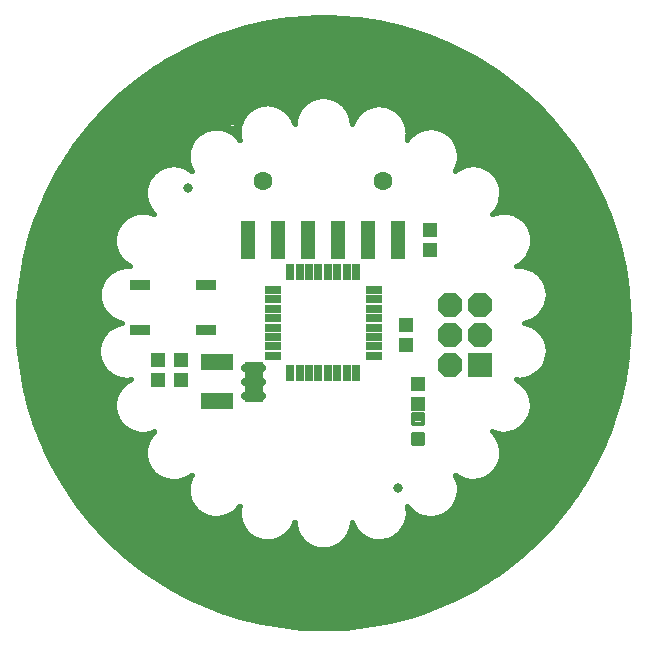
<source format=gts>
G75*
%MOIN*%
%OFA0B0*%
%FSLAX25Y25*%
%IPPOS*%
%LPD*%
%AMOC8*
5,1,8,0,0,1.08239X$1,22.5*
%
%ADD10C,0.01600*%
%ADD11C,0.27559*%
%ADD12C,0.01969*%
%ADD13C,0.02400*%
%ADD14R,0.05800X0.03000*%
%ADD15R,0.03000X0.05800*%
%ADD16C,0.16800*%
%ADD17C,0.00800*%
%ADD18C,0.01421*%
%ADD19R,0.04737X0.05131*%
%ADD20R,0.08200X0.08200*%
%ADD21OC8,0.08200*%
%ADD22R,0.10643X0.05524*%
%ADD23C,0.02572*%
%ADD24R,0.06040X0.13760*%
%ADD25R,0.04737X0.12611*%
%ADD26C,0.06312*%
%ADD27R,0.06800X0.03800*%
%ADD28C,0.03300*%
D10*
X0116441Y0127743D02*
X0116322Y0127544D01*
X0116207Y0127342D01*
X0116098Y0127137D01*
X0115993Y0126930D01*
X0115894Y0126720D01*
X0115799Y0126508D01*
X0115710Y0126293D01*
X0115626Y0126076D01*
X0115548Y0125858D01*
X0115475Y0125637D01*
X0115407Y0125415D01*
X0115345Y0125192D01*
X0115288Y0124966D01*
X0115236Y0124740D01*
X0115191Y0124512D01*
X0115150Y0124283D01*
X0115116Y0124054D01*
X0115087Y0123823D01*
X0115063Y0123592D01*
X0115046Y0123361D01*
X0115034Y0123129D01*
X0115027Y0122897D01*
X0115026Y0122664D01*
X0115031Y0122432D01*
X0115042Y0122200D01*
X0115058Y0121968D01*
X0115080Y0121737D01*
X0115108Y0121507D01*
X0115141Y0121277D01*
X0115180Y0121048D01*
X0115224Y0120820D01*
X0115274Y0120593D01*
X0115329Y0120367D01*
X0115390Y0120143D01*
X0115456Y0119921D01*
X0115528Y0119700D01*
X0115605Y0119481D01*
X0115688Y0119264D01*
X0115776Y0119049D01*
X0115869Y0118836D01*
X0115967Y0118625D01*
X0116070Y0118417D01*
X0116178Y0118212D01*
X0116291Y0118009D01*
X0116410Y0117809D01*
X0116533Y0117612D01*
X0116661Y0117418D01*
X0116793Y0117227D01*
X0116930Y0117040D01*
X0117072Y0116856D01*
X0117218Y0116675D01*
X0117368Y0116498D01*
X0117523Y0116325D01*
X0117682Y0116156D01*
X0117845Y0115990D01*
X0118012Y0115829D01*
X0118183Y0115672D01*
X0118358Y0115519D01*
X0118536Y0115370D01*
X0118718Y0115225D01*
X0118903Y0115086D01*
X0119092Y0114950D01*
X0119284Y0114820D01*
X0119479Y0114694D01*
X0119677Y0114572D01*
X0119878Y0114456D01*
X0120082Y0114345D01*
X0120289Y0114239D01*
X0120498Y0114137D01*
X0120709Y0114041D01*
X0120923Y0113950D01*
X0121139Y0113865D01*
X0121357Y0113784D01*
X0121577Y0113709D01*
X0121798Y0113640D01*
X0122021Y0113575D01*
X0122246Y0113517D01*
X0122472Y0113463D01*
X0122699Y0113416D01*
X0122928Y0113374D01*
X0123157Y0113337D01*
X0123387Y0113306D01*
X0123618Y0113281D01*
X0123850Y0113261D01*
X0124082Y0113247D01*
X0124314Y0113239D01*
X0124546Y0113236D01*
X0124778Y0113239D01*
X0125010Y0113248D01*
X0125242Y0113262D01*
X0125473Y0113282D01*
X0125704Y0113308D01*
X0125934Y0113339D01*
X0126164Y0113376D01*
X0126392Y0113418D01*
X0126619Y0113466D01*
X0126845Y0113520D01*
X0127070Y0113579D01*
X0127293Y0113643D01*
X0127515Y0113713D01*
X0127734Y0113788D01*
X0127952Y0113869D01*
X0128168Y0113955D01*
X0128381Y0114046D01*
X0128593Y0114142D01*
X0128802Y0114244D01*
X0129008Y0114350D01*
X0129212Y0114462D01*
X0129413Y0114579D01*
X0129611Y0114700D01*
X0129806Y0114826D01*
X0129998Y0114957D01*
X0130186Y0115093D01*
X0130371Y0115233D01*
X0130553Y0115377D01*
X0130731Y0115526D01*
X0130906Y0115679D01*
X0131077Y0115837D01*
X0131243Y0115999D01*
X0131406Y0116164D01*
X0131565Y0116334D01*
X0131719Y0116507D01*
X0131870Y0116684D01*
X0132016Y0116865D01*
X0132157Y0117049D01*
X0132294Y0117237D01*
X0132426Y0117428D01*
X0132368Y0117201D01*
X0132317Y0116973D01*
X0132271Y0116743D01*
X0132230Y0116513D01*
X0132195Y0116281D01*
X0132166Y0116049D01*
X0132143Y0115816D01*
X0132125Y0115583D01*
X0132113Y0115349D01*
X0132107Y0115115D01*
X0132107Y0114881D01*
X0132112Y0114647D01*
X0132123Y0114413D01*
X0132140Y0114180D01*
X0132162Y0113947D01*
X0132190Y0113714D01*
X0132224Y0113483D01*
X0132264Y0113252D01*
X0132309Y0113022D01*
X0132360Y0112794D01*
X0132416Y0112566D01*
X0132478Y0112341D01*
X0132546Y0112117D01*
X0132619Y0111894D01*
X0132697Y0111674D01*
X0132781Y0111455D01*
X0132870Y0111239D01*
X0132964Y0111024D01*
X0133064Y0110813D01*
X0133169Y0110603D01*
X0133279Y0110397D01*
X0133394Y0110193D01*
X0133514Y0109992D01*
X0133638Y0109794D01*
X0133768Y0109599D01*
X0133902Y0109407D01*
X0134041Y0109219D01*
X0134185Y0109034D01*
X0134333Y0108853D01*
X0134486Y0108675D01*
X0134642Y0108501D01*
X0134804Y0108331D01*
X0134969Y0108165D01*
X0135138Y0108004D01*
X0135311Y0107846D01*
X0135488Y0107693D01*
X0135669Y0107544D01*
X0135853Y0107399D01*
X0136040Y0107260D01*
X0136232Y0107124D01*
X0136426Y0106994D01*
X0136623Y0106868D01*
X0136824Y0106747D01*
X0137027Y0106632D01*
X0137234Y0106521D01*
X0137442Y0106415D01*
X0137654Y0106315D01*
X0137868Y0106219D01*
X0138084Y0106129D01*
X0138302Y0106044D01*
X0138522Y0105965D01*
X0138744Y0105891D01*
X0138968Y0105823D01*
X0139193Y0105760D01*
X0139420Y0105702D01*
X0139649Y0105650D01*
X0139878Y0105604D01*
X0140109Y0105564D01*
X0140340Y0105529D01*
X0140572Y0105500D01*
X0140805Y0105476D01*
X0141039Y0105458D01*
X0141273Y0105446D01*
X0141507Y0105440D01*
X0141741Y0105439D01*
X0141975Y0105445D01*
X0142208Y0105456D01*
X0142442Y0105472D01*
X0142675Y0105495D01*
X0142907Y0105523D01*
X0143139Y0105557D01*
X0143370Y0105596D01*
X0143599Y0105641D01*
X0143828Y0105692D01*
X0144055Y0105748D01*
X0144281Y0105810D01*
X0144505Y0105878D01*
X0144728Y0105950D01*
X0144948Y0106029D01*
X0145167Y0106112D01*
X0145383Y0106202D01*
X0145597Y0106296D01*
X0145809Y0106395D01*
X0146019Y0106500D01*
X0146225Y0106610D01*
X0146429Y0106725D01*
X0146630Y0106845D01*
X0146829Y0106969D01*
X0147023Y0107099D01*
X0147215Y0107233D01*
X0147404Y0107372D01*
X0147588Y0107516D01*
X0147770Y0107664D01*
X0147947Y0107816D01*
X0148121Y0107973D01*
X0148291Y0108134D01*
X0148457Y0108299D01*
X0148619Y0108468D01*
X0148777Y0108641D01*
X0148930Y0108818D01*
X0149079Y0108999D01*
X0149223Y0109183D01*
X0149363Y0109371D01*
X0149499Y0109562D01*
X0149629Y0109756D01*
X0149755Y0109953D01*
X0149876Y0110154D01*
X0149992Y0110357D01*
X0150103Y0110563D01*
X0150208Y0110772D01*
X0150309Y0110984D01*
X0150404Y0111197D01*
X0150495Y0111413D01*
X0150579Y0111632D01*
X0150659Y0111852D01*
X0150733Y0112074D01*
X0150732Y0112073D02*
X0150740Y0111841D01*
X0150753Y0111608D01*
X0150772Y0111377D01*
X0150797Y0111145D01*
X0150827Y0110915D01*
X0150863Y0110685D01*
X0150905Y0110456D01*
X0150952Y0110228D01*
X0151004Y0110002D01*
X0151063Y0109776D01*
X0151126Y0109553D01*
X0151195Y0109331D01*
X0151270Y0109110D01*
X0151350Y0108892D01*
X0151435Y0108675D01*
X0151525Y0108461D01*
X0151621Y0108249D01*
X0151722Y0108039D01*
X0151827Y0107832D01*
X0151938Y0107628D01*
X0152054Y0107426D01*
X0152175Y0107227D01*
X0152300Y0107031D01*
X0152431Y0106839D01*
X0152566Y0106649D01*
X0152705Y0106463D01*
X0152849Y0106280D01*
X0152998Y0106101D01*
X0153150Y0105926D01*
X0153307Y0105754D01*
X0153468Y0105587D01*
X0153634Y0105423D01*
X0153803Y0105263D01*
X0153976Y0105108D01*
X0154152Y0104956D01*
X0154333Y0104809D01*
X0154517Y0104667D01*
X0154704Y0104529D01*
X0154895Y0104396D01*
X0155088Y0104267D01*
X0155285Y0104143D01*
X0155485Y0104024D01*
X0155688Y0103910D01*
X0155893Y0103801D01*
X0156101Y0103697D01*
X0156312Y0103598D01*
X0156525Y0103504D01*
X0156740Y0103416D01*
X0156957Y0103333D01*
X0157176Y0103255D01*
X0157397Y0103182D01*
X0157620Y0103115D01*
X0157844Y0103053D01*
X0158070Y0102997D01*
X0158297Y0102946D01*
X0158525Y0102901D01*
X0158754Y0102862D01*
X0158984Y0102828D01*
X0159215Y0102799D01*
X0159447Y0102777D01*
X0159679Y0102760D01*
X0159911Y0102748D01*
X0160144Y0102743D01*
X0160376Y0102743D01*
X0160609Y0102748D01*
X0160841Y0102760D01*
X0161073Y0102777D01*
X0161305Y0102799D01*
X0161536Y0102828D01*
X0161766Y0102862D01*
X0161995Y0102901D01*
X0162223Y0102946D01*
X0162450Y0102997D01*
X0162676Y0103053D01*
X0162900Y0103115D01*
X0163123Y0103182D01*
X0163344Y0103255D01*
X0163563Y0103333D01*
X0163780Y0103416D01*
X0163995Y0103504D01*
X0164208Y0103598D01*
X0164419Y0103697D01*
X0164627Y0103801D01*
X0164832Y0103910D01*
X0165035Y0104024D01*
X0165235Y0104143D01*
X0165432Y0104267D01*
X0165625Y0104396D01*
X0165816Y0104529D01*
X0166003Y0104667D01*
X0166187Y0104809D01*
X0166368Y0104956D01*
X0166544Y0105108D01*
X0166717Y0105263D01*
X0166886Y0105423D01*
X0167052Y0105587D01*
X0167213Y0105754D01*
X0167370Y0105926D01*
X0167522Y0106101D01*
X0167671Y0106280D01*
X0167815Y0106463D01*
X0167954Y0106649D01*
X0168089Y0106839D01*
X0168220Y0107031D01*
X0168345Y0107227D01*
X0168466Y0107426D01*
X0168582Y0107628D01*
X0168693Y0107832D01*
X0168798Y0108039D01*
X0168899Y0108249D01*
X0168995Y0108461D01*
X0169085Y0108675D01*
X0169170Y0108892D01*
X0169250Y0109110D01*
X0169325Y0109331D01*
X0169394Y0109553D01*
X0169457Y0109776D01*
X0169516Y0110002D01*
X0169568Y0110228D01*
X0169615Y0110456D01*
X0169657Y0110685D01*
X0169693Y0110915D01*
X0169723Y0111145D01*
X0169748Y0111377D01*
X0169767Y0111608D01*
X0169780Y0111841D01*
X0169788Y0112073D01*
X0169861Y0111852D01*
X0169939Y0111633D01*
X0170022Y0111415D01*
X0170111Y0111200D01*
X0170205Y0110987D01*
X0170304Y0110776D01*
X0170408Y0110568D01*
X0170517Y0110362D01*
X0170631Y0110159D01*
X0170751Y0109959D01*
X0170875Y0109762D01*
X0171003Y0109568D01*
X0171137Y0109377D01*
X0171275Y0109189D01*
X0171417Y0109005D01*
X0171564Y0108825D01*
X0171716Y0108648D01*
X0171872Y0108475D01*
X0172031Y0108305D01*
X0172195Y0108140D01*
X0172363Y0107978D01*
X0172535Y0107821D01*
X0172711Y0107668D01*
X0172890Y0107520D01*
X0173073Y0107376D01*
X0173259Y0107236D01*
X0173449Y0107101D01*
X0173642Y0106970D01*
X0173838Y0106845D01*
X0174037Y0106724D01*
X0174239Y0106608D01*
X0174444Y0106497D01*
X0174651Y0106391D01*
X0174861Y0106290D01*
X0175073Y0106194D01*
X0175288Y0106104D01*
X0175505Y0106019D01*
X0175724Y0105939D01*
X0175944Y0105864D01*
X0176167Y0105795D01*
X0176391Y0105731D01*
X0176616Y0105673D01*
X0176843Y0105621D01*
X0177071Y0105573D01*
X0177300Y0105532D01*
X0177530Y0105496D01*
X0177761Y0105466D01*
X0177993Y0105441D01*
X0178225Y0105422D01*
X0178457Y0105409D01*
X0178690Y0105401D01*
X0178923Y0105399D01*
X0179156Y0105403D01*
X0179389Y0105412D01*
X0179621Y0105427D01*
X0179853Y0105448D01*
X0180084Y0105474D01*
X0180315Y0105506D01*
X0180545Y0105544D01*
X0180774Y0105587D01*
X0181001Y0105636D01*
X0181228Y0105691D01*
X0181453Y0105751D01*
X0181676Y0105816D01*
X0181898Y0105887D01*
X0182118Y0105963D01*
X0182336Y0106044D01*
X0182552Y0106131D01*
X0182766Y0106223D01*
X0182978Y0106321D01*
X0183187Y0106423D01*
X0183394Y0106531D01*
X0183598Y0106643D01*
X0183799Y0106761D01*
X0183997Y0106883D01*
X0184192Y0107010D01*
X0184384Y0107142D01*
X0184573Y0107279D01*
X0184758Y0107420D01*
X0184940Y0107565D01*
X0185118Y0107715D01*
X0185292Y0107869D01*
X0185463Y0108028D01*
X0185630Y0108190D01*
X0185792Y0108357D01*
X0185951Y0108528D01*
X0186105Y0108702D01*
X0186255Y0108880D01*
X0186401Y0109062D01*
X0186542Y0109247D01*
X0186679Y0109435D01*
X0186811Y0109627D01*
X0186938Y0109822D01*
X0187061Y0110020D01*
X0187178Y0110221D01*
X0187291Y0110425D01*
X0187399Y0110632D01*
X0187501Y0110841D01*
X0187599Y0111052D01*
X0187691Y0111266D01*
X0187778Y0111482D01*
X0187860Y0111700D01*
X0187936Y0111920D01*
X0188007Y0112142D01*
X0188073Y0112366D01*
X0188133Y0112591D01*
X0188187Y0112817D01*
X0188236Y0113045D01*
X0188280Y0113273D01*
X0188317Y0113503D01*
X0188350Y0113734D01*
X0188376Y0113965D01*
X0188397Y0114197D01*
X0188412Y0114430D01*
X0188422Y0114662D01*
X0188426Y0114895D01*
X0188424Y0115128D01*
X0188417Y0115361D01*
X0188403Y0115593D01*
X0188385Y0115825D01*
X0188360Y0116057D01*
X0188330Y0116288D01*
X0188294Y0116518D01*
X0188253Y0116747D01*
X0188206Y0116975D01*
X0188153Y0117202D01*
X0188095Y0117428D01*
X0188095Y0117427D02*
X0188223Y0117234D01*
X0188356Y0117044D01*
X0188493Y0116857D01*
X0188634Y0116673D01*
X0188780Y0116493D01*
X0188931Y0116317D01*
X0189085Y0116144D01*
X0189244Y0115975D01*
X0189407Y0115810D01*
X0189574Y0115649D01*
X0189745Y0115492D01*
X0189919Y0115340D01*
X0190097Y0115191D01*
X0190279Y0115047D01*
X0190464Y0114908D01*
X0190653Y0114773D01*
X0190845Y0114643D01*
X0191039Y0114517D01*
X0191237Y0114396D01*
X0191438Y0114280D01*
X0191642Y0114169D01*
X0191848Y0114063D01*
X0192056Y0113962D01*
X0192267Y0113867D01*
X0192481Y0113776D01*
X0192696Y0113691D01*
X0192914Y0113610D01*
X0193133Y0113536D01*
X0193354Y0113466D01*
X0193577Y0113402D01*
X0193802Y0113343D01*
X0194027Y0113290D01*
X0194254Y0113243D01*
X0194482Y0113201D01*
X0194711Y0113164D01*
X0194941Y0113133D01*
X0195171Y0113108D01*
X0195402Y0113088D01*
X0195634Y0113074D01*
X0195865Y0113066D01*
X0196097Y0113063D01*
X0196329Y0113066D01*
X0196561Y0113074D01*
X0196792Y0113089D01*
X0197023Y0113108D01*
X0197253Y0113134D01*
X0197483Y0113165D01*
X0197712Y0113202D01*
X0197940Y0113244D01*
X0198167Y0113292D01*
X0198392Y0113345D01*
X0198617Y0113404D01*
X0198839Y0113468D01*
X0199061Y0113537D01*
X0199280Y0113612D01*
X0199497Y0113693D01*
X0199713Y0113778D01*
X0199926Y0113869D01*
X0200137Y0113965D01*
X0200346Y0114066D01*
X0200552Y0114172D01*
X0200755Y0114283D01*
X0200956Y0114400D01*
X0201154Y0114520D01*
X0201349Y0114646D01*
X0201540Y0114777D01*
X0201729Y0114912D01*
X0201914Y0115051D01*
X0202095Y0115195D01*
X0202273Y0115344D01*
X0202448Y0115496D01*
X0202619Y0115653D01*
X0202785Y0115814D01*
X0202948Y0115980D01*
X0203107Y0116148D01*
X0203261Y0116321D01*
X0203412Y0116498D01*
X0203557Y0116678D01*
X0203699Y0116862D01*
X0203836Y0117049D01*
X0203968Y0117239D01*
X0204096Y0117432D01*
X0204219Y0117629D01*
X0204337Y0117828D01*
X0204450Y0118031D01*
X0204559Y0118236D01*
X0204662Y0118443D01*
X0204760Y0118653D01*
X0204853Y0118866D01*
X0204941Y0119080D01*
X0205023Y0119297D01*
X0205101Y0119515D01*
X0205172Y0119736D01*
X0205239Y0119958D01*
X0205300Y0120182D01*
X0205356Y0120407D01*
X0205406Y0120633D01*
X0205450Y0120860D01*
X0205489Y0121089D01*
X0205523Y0121318D01*
X0205550Y0121549D01*
X0205573Y0121779D01*
X0205589Y0122011D01*
X0205600Y0122242D01*
X0205605Y0122474D01*
X0205605Y0122706D01*
X0205599Y0122937D01*
X0205587Y0123169D01*
X0205570Y0123400D01*
X0205547Y0123631D01*
X0205519Y0123861D01*
X0205485Y0124090D01*
X0205445Y0124319D01*
X0205400Y0124546D01*
X0205349Y0124772D01*
X0205292Y0124997D01*
X0205231Y0125221D01*
X0205164Y0125442D01*
X0205091Y0125663D01*
X0205013Y0125881D01*
X0204930Y0126097D01*
X0204841Y0126312D01*
X0204748Y0126524D01*
X0204649Y0126733D01*
X0204545Y0126941D01*
X0204436Y0127145D01*
X0204322Y0127347D01*
X0204204Y0127546D01*
X0204080Y0127742D01*
X0204080Y0127743D02*
X0204262Y0127596D01*
X0204448Y0127454D01*
X0204638Y0127317D01*
X0204830Y0127184D01*
X0205026Y0127056D01*
X0205225Y0126933D01*
X0205427Y0126815D01*
X0205632Y0126702D01*
X0205839Y0126594D01*
X0206049Y0126491D01*
X0206262Y0126393D01*
X0206477Y0126301D01*
X0206694Y0126214D01*
X0206913Y0126132D01*
X0207134Y0126055D01*
X0207357Y0125984D01*
X0207582Y0125919D01*
X0207808Y0125859D01*
X0208035Y0125804D01*
X0208264Y0125755D01*
X0208494Y0125712D01*
X0208725Y0125675D01*
X0208956Y0125643D01*
X0209189Y0125617D01*
X0209422Y0125596D01*
X0209655Y0125581D01*
X0209889Y0125572D01*
X0210123Y0125569D01*
X0210357Y0125571D01*
X0210591Y0125580D01*
X0210824Y0125594D01*
X0211057Y0125613D01*
X0211290Y0125639D01*
X0211522Y0125670D01*
X0211753Y0125706D01*
X0211983Y0125749D01*
X0212212Y0125797D01*
X0212440Y0125850D01*
X0212666Y0125910D01*
X0212891Y0125974D01*
X0213114Y0126045D01*
X0213335Y0126120D01*
X0213555Y0126201D01*
X0213772Y0126288D01*
X0213987Y0126380D01*
X0214200Y0126477D01*
X0214410Y0126579D01*
X0214618Y0126686D01*
X0214823Y0126799D01*
X0215026Y0126916D01*
X0215225Y0127038D01*
X0215421Y0127166D01*
X0215615Y0127297D01*
X0215804Y0127434D01*
X0215991Y0127575D01*
X0216174Y0127721D01*
X0216353Y0127872D01*
X0216529Y0128026D01*
X0216700Y0128185D01*
X0216868Y0128348D01*
X0217032Y0128515D01*
X0217191Y0128686D01*
X0217347Y0128861D01*
X0217498Y0129040D01*
X0217644Y0129222D01*
X0217786Y0129408D01*
X0217924Y0129597D01*
X0218056Y0129790D01*
X0218184Y0129986D01*
X0218307Y0130185D01*
X0218426Y0130387D01*
X0218539Y0130591D01*
X0218647Y0130799D01*
X0218750Y0131009D01*
X0218848Y0131221D01*
X0218941Y0131436D01*
X0219028Y0131653D01*
X0219110Y0131872D01*
X0219186Y0132093D01*
X0219258Y0132316D01*
X0219323Y0132541D01*
X0219383Y0132767D01*
X0219438Y0132994D01*
X0219487Y0133223D01*
X0219530Y0133453D01*
X0219568Y0133684D01*
X0219600Y0133915D01*
X0219626Y0134148D01*
X0219647Y0134381D01*
X0219661Y0134614D01*
X0219671Y0134848D01*
X0219674Y0135082D01*
X0219672Y0135316D01*
X0219664Y0135550D01*
X0219650Y0135783D01*
X0219630Y0136016D01*
X0219605Y0136249D01*
X0219574Y0136481D01*
X0219537Y0136712D01*
X0219495Y0136942D01*
X0219447Y0137171D01*
X0219394Y0137399D01*
X0219334Y0137625D01*
X0219270Y0137850D01*
X0219200Y0138073D01*
X0219124Y0138294D01*
X0219043Y0138514D01*
X0218957Y0138731D01*
X0218865Y0138946D01*
X0218768Y0139159D01*
X0218666Y0139370D01*
X0218559Y0139578D01*
X0218446Y0139783D01*
X0218329Y0139985D01*
X0218207Y0140185D01*
X0218080Y0140381D01*
X0217948Y0140574D01*
X0217811Y0140764D01*
X0217670Y0140951D01*
X0217524Y0141134D01*
X0217374Y0141313D01*
X0217220Y0141489D01*
X0217061Y0141660D01*
X0216898Y0141828D01*
X0216731Y0141992D01*
X0216560Y0142152D01*
X0216559Y0142152D02*
X0216774Y0142061D01*
X0216991Y0141977D01*
X0217209Y0141897D01*
X0217430Y0141823D01*
X0217652Y0141754D01*
X0217876Y0141691D01*
X0218102Y0141633D01*
X0218328Y0141581D01*
X0218556Y0141534D01*
X0218785Y0141493D01*
X0219015Y0141457D01*
X0219246Y0141427D01*
X0219478Y0141403D01*
X0219710Y0141384D01*
X0219942Y0141371D01*
X0220175Y0141364D01*
X0220407Y0141362D01*
X0220640Y0141366D01*
X0220873Y0141376D01*
X0221105Y0141391D01*
X0221337Y0141412D01*
X0221568Y0141439D01*
X0221798Y0141471D01*
X0222028Y0141509D01*
X0222256Y0141553D01*
X0222484Y0141602D01*
X0222710Y0141657D01*
X0222935Y0141717D01*
X0223158Y0141783D01*
X0223380Y0141854D01*
X0223600Y0141930D01*
X0223818Y0142012D01*
X0224033Y0142099D01*
X0224247Y0142191D01*
X0224458Y0142289D01*
X0224667Y0142392D01*
X0224873Y0142499D01*
X0225077Y0142612D01*
X0225278Y0142730D01*
X0225476Y0142852D01*
X0225671Y0142980D01*
X0225862Y0143112D01*
X0226051Y0143248D01*
X0226236Y0143389D01*
X0226417Y0143535D01*
X0226595Y0143685D01*
X0226769Y0143840D01*
X0226939Y0143998D01*
X0227106Y0144161D01*
X0227268Y0144328D01*
X0227426Y0144498D01*
X0227580Y0144673D01*
X0227730Y0144851D01*
X0227875Y0145033D01*
X0228016Y0145218D01*
X0228153Y0145407D01*
X0228284Y0145599D01*
X0228411Y0145794D01*
X0228533Y0145992D01*
X0228651Y0146193D01*
X0228763Y0146397D01*
X0228870Y0146603D01*
X0228972Y0146812D01*
X0229070Y0147024D01*
X0229161Y0147237D01*
X0229248Y0147453D01*
X0229329Y0147671D01*
X0229405Y0147891D01*
X0229476Y0148113D01*
X0229541Y0148337D01*
X0229601Y0148562D01*
X0229655Y0148788D01*
X0229704Y0149015D01*
X0229747Y0149244D01*
X0229784Y0149474D01*
X0229816Y0149704D01*
X0229843Y0149936D01*
X0229863Y0150167D01*
X0229878Y0150400D01*
X0229887Y0150632D01*
X0229891Y0150865D01*
X0229889Y0151098D01*
X0229881Y0151330D01*
X0229868Y0151563D01*
X0229848Y0151795D01*
X0229824Y0152026D01*
X0229793Y0152257D01*
X0229757Y0152487D01*
X0229716Y0152716D01*
X0229668Y0152943D01*
X0229616Y0153170D01*
X0229557Y0153395D01*
X0229493Y0153619D01*
X0229424Y0153841D01*
X0229350Y0154062D01*
X0229270Y0154280D01*
X0229184Y0154497D01*
X0229094Y0154711D01*
X0228998Y0154923D01*
X0228897Y0155133D01*
X0228791Y0155340D01*
X0228680Y0155545D01*
X0228564Y0155747D01*
X0228443Y0155946D01*
X0228317Y0156141D01*
X0228187Y0156334D01*
X0228052Y0156524D01*
X0227912Y0156710D01*
X0227768Y0156892D01*
X0227619Y0157072D01*
X0227467Y0157247D01*
X0227309Y0157419D01*
X0227148Y0157586D01*
X0226983Y0157750D01*
X0226813Y0157910D01*
X0226640Y0158065D01*
X0226463Y0158216D01*
X0226283Y0158363D01*
X0226099Y0158506D01*
X0225911Y0158644D01*
X0225720Y0158777D01*
X0225526Y0158905D01*
X0225329Y0159029D01*
X0225129Y0159148D01*
X0224926Y0159262D01*
X0224721Y0159371D01*
X0224513Y0159475D01*
X0224512Y0159474D02*
X0224745Y0159450D01*
X0224978Y0159431D01*
X0225211Y0159419D01*
X0225445Y0159412D01*
X0225679Y0159410D01*
X0225912Y0159415D01*
X0226146Y0159425D01*
X0226379Y0159441D01*
X0226612Y0159462D01*
X0226844Y0159489D01*
X0227076Y0159522D01*
X0227306Y0159561D01*
X0227536Y0159605D01*
X0227764Y0159655D01*
X0227991Y0159711D01*
X0228217Y0159772D01*
X0228441Y0159838D01*
X0228663Y0159910D01*
X0228884Y0159988D01*
X0229103Y0160071D01*
X0229319Y0160159D01*
X0229533Y0160252D01*
X0229745Y0160351D01*
X0229955Y0160455D01*
X0230162Y0160564D01*
X0230366Y0160678D01*
X0230567Y0160797D01*
X0230765Y0160921D01*
X0230960Y0161050D01*
X0231152Y0161183D01*
X0231341Y0161321D01*
X0231526Y0161464D01*
X0231708Y0161611D01*
X0231886Y0161763D01*
X0232060Y0161919D01*
X0232230Y0162079D01*
X0232396Y0162243D01*
X0232558Y0162412D01*
X0232716Y0162584D01*
X0232870Y0162760D01*
X0233020Y0162940D01*
X0233165Y0163123D01*
X0233305Y0163310D01*
X0233441Y0163501D01*
X0233572Y0163694D01*
X0233698Y0163891D01*
X0233819Y0164091D01*
X0233936Y0164293D01*
X0234047Y0164499D01*
X0234154Y0164707D01*
X0234255Y0164918D01*
X0234351Y0165131D01*
X0234442Y0165347D01*
X0234527Y0165564D01*
X0234607Y0165784D01*
X0234682Y0166005D01*
X0234751Y0166229D01*
X0234815Y0166454D01*
X0234873Y0166680D01*
X0234925Y0166908D01*
X0234972Y0167137D01*
X0235014Y0167367D01*
X0235049Y0167598D01*
X0235079Y0167830D01*
X0235104Y0168062D01*
X0235122Y0168295D01*
X0235135Y0168529D01*
X0235142Y0168762D01*
X0235144Y0168996D01*
X0235139Y0169230D01*
X0235129Y0169464D01*
X0235114Y0169697D01*
X0235092Y0169930D01*
X0235065Y0170162D01*
X0235032Y0170393D01*
X0234993Y0170624D01*
X0234949Y0170853D01*
X0234899Y0171082D01*
X0234844Y0171309D01*
X0234783Y0171535D01*
X0234717Y0171759D01*
X0234645Y0171981D01*
X0234567Y0172202D01*
X0234484Y0172420D01*
X0234396Y0172637D01*
X0234303Y0172851D01*
X0234204Y0173063D01*
X0234100Y0173273D01*
X0233991Y0173479D01*
X0233877Y0173684D01*
X0233758Y0173885D01*
X0233635Y0174083D01*
X0233506Y0174278D01*
X0233372Y0174470D01*
X0233234Y0174659D01*
X0233092Y0174844D01*
X0232944Y0175026D01*
X0232793Y0175204D01*
X0232637Y0175378D01*
X0232477Y0175548D01*
X0232312Y0175715D01*
X0232144Y0175877D01*
X0231972Y0176035D01*
X0231796Y0176189D01*
X0231616Y0176338D01*
X0231433Y0176483D01*
X0231246Y0176623D01*
X0231055Y0176759D01*
X0230862Y0176890D01*
X0230665Y0177017D01*
X0230465Y0177138D01*
X0230263Y0177255D01*
X0230057Y0177366D01*
X0229849Y0177472D01*
X0229638Y0177574D01*
X0229425Y0177670D01*
X0229210Y0177761D01*
X0228992Y0177846D01*
X0228773Y0177926D01*
X0228551Y0178001D01*
X0228328Y0178070D01*
X0228103Y0178134D01*
X0227876Y0178192D01*
X0227649Y0178245D01*
X0227420Y0178292D01*
X0227190Y0178333D01*
X0227420Y0178374D01*
X0227649Y0178421D01*
X0227876Y0178474D01*
X0228103Y0178532D01*
X0228328Y0178596D01*
X0228551Y0178665D01*
X0228773Y0178740D01*
X0228992Y0178820D01*
X0229210Y0178905D01*
X0229425Y0178996D01*
X0229638Y0179092D01*
X0229849Y0179194D01*
X0230057Y0179300D01*
X0230263Y0179411D01*
X0230465Y0179528D01*
X0230665Y0179649D01*
X0230862Y0179776D01*
X0231055Y0179907D01*
X0231246Y0180043D01*
X0231433Y0180183D01*
X0231616Y0180328D01*
X0231796Y0180477D01*
X0231972Y0180631D01*
X0232144Y0180789D01*
X0232312Y0180951D01*
X0232477Y0181118D01*
X0232637Y0181288D01*
X0232793Y0181462D01*
X0232944Y0181640D01*
X0233092Y0181822D01*
X0233234Y0182007D01*
X0233372Y0182196D01*
X0233506Y0182388D01*
X0233635Y0182583D01*
X0233758Y0182781D01*
X0233877Y0182982D01*
X0233991Y0183187D01*
X0234100Y0183393D01*
X0234204Y0183603D01*
X0234303Y0183815D01*
X0234396Y0184029D01*
X0234484Y0184246D01*
X0234567Y0184464D01*
X0234645Y0184685D01*
X0234717Y0184907D01*
X0234783Y0185131D01*
X0234844Y0185357D01*
X0234899Y0185584D01*
X0234949Y0185813D01*
X0234993Y0186042D01*
X0235032Y0186273D01*
X0235065Y0186504D01*
X0235092Y0186736D01*
X0235114Y0186969D01*
X0235129Y0187202D01*
X0235139Y0187436D01*
X0235144Y0187670D01*
X0235142Y0187904D01*
X0235135Y0188137D01*
X0235122Y0188371D01*
X0235104Y0188604D01*
X0235079Y0188836D01*
X0235049Y0189068D01*
X0235014Y0189299D01*
X0234972Y0189529D01*
X0234925Y0189758D01*
X0234873Y0189986D01*
X0234815Y0190212D01*
X0234751Y0190437D01*
X0234682Y0190661D01*
X0234607Y0190882D01*
X0234527Y0191102D01*
X0234442Y0191319D01*
X0234351Y0191535D01*
X0234255Y0191748D01*
X0234154Y0191959D01*
X0234047Y0192167D01*
X0233936Y0192373D01*
X0233819Y0192575D01*
X0233698Y0192775D01*
X0233572Y0192972D01*
X0233441Y0193165D01*
X0233305Y0193356D01*
X0233165Y0193543D01*
X0233020Y0193726D01*
X0232870Y0193906D01*
X0232716Y0194082D01*
X0232558Y0194254D01*
X0232396Y0194423D01*
X0232230Y0194587D01*
X0232060Y0194747D01*
X0231886Y0194903D01*
X0231708Y0195055D01*
X0231526Y0195202D01*
X0231341Y0195345D01*
X0231152Y0195483D01*
X0230960Y0195616D01*
X0230765Y0195745D01*
X0230567Y0195869D01*
X0230366Y0195988D01*
X0230162Y0196102D01*
X0229955Y0196211D01*
X0229745Y0196315D01*
X0229533Y0196414D01*
X0229319Y0196507D01*
X0229103Y0196595D01*
X0228884Y0196678D01*
X0228663Y0196756D01*
X0228441Y0196828D01*
X0228217Y0196894D01*
X0227991Y0196955D01*
X0227764Y0197011D01*
X0227536Y0197061D01*
X0227306Y0197105D01*
X0227076Y0197144D01*
X0226844Y0197177D01*
X0226612Y0197204D01*
X0226379Y0197225D01*
X0226146Y0197241D01*
X0225912Y0197251D01*
X0225679Y0197256D01*
X0225445Y0197254D01*
X0225211Y0197247D01*
X0224978Y0197235D01*
X0224745Y0197216D01*
X0224512Y0197192D01*
X0224512Y0197191D02*
X0224723Y0197292D01*
X0224931Y0197398D01*
X0225136Y0197509D01*
X0225338Y0197625D01*
X0225538Y0197746D01*
X0225735Y0197871D01*
X0225928Y0198002D01*
X0226118Y0198137D01*
X0226305Y0198277D01*
X0226489Y0198421D01*
X0226668Y0198570D01*
X0226845Y0198723D01*
X0227017Y0198880D01*
X0227185Y0199042D01*
X0227350Y0199207D01*
X0227510Y0199377D01*
X0227666Y0199551D01*
X0227818Y0199728D01*
X0227965Y0199909D01*
X0228108Y0200093D01*
X0228246Y0200281D01*
X0228380Y0200472D01*
X0228509Y0200667D01*
X0228633Y0200864D01*
X0228753Y0201065D01*
X0228867Y0201268D01*
X0228976Y0201474D01*
X0229081Y0201683D01*
X0229180Y0201894D01*
X0229274Y0202108D01*
X0229363Y0202324D01*
X0229446Y0202542D01*
X0229524Y0202762D01*
X0229597Y0202984D01*
X0229664Y0203207D01*
X0229725Y0203432D01*
X0229781Y0203659D01*
X0229832Y0203886D01*
X0229877Y0204115D01*
X0229916Y0204345D01*
X0229950Y0204576D01*
X0229978Y0204808D01*
X0230001Y0205040D01*
X0230017Y0205273D01*
X0230028Y0205506D01*
X0230033Y0205739D01*
X0230033Y0205973D01*
X0230027Y0206206D01*
X0230015Y0206439D01*
X0229997Y0206672D01*
X0229974Y0206904D01*
X0229945Y0207136D01*
X0229911Y0207366D01*
X0229870Y0207596D01*
X0229825Y0207825D01*
X0229773Y0208053D01*
X0229716Y0208279D01*
X0229654Y0208504D01*
X0229586Y0208727D01*
X0229512Y0208949D01*
X0229433Y0209168D01*
X0229349Y0209386D01*
X0229260Y0209601D01*
X0229165Y0209815D01*
X0229065Y0210025D01*
X0228960Y0210234D01*
X0228850Y0210440D01*
X0228734Y0210642D01*
X0228614Y0210843D01*
X0228489Y0211040D01*
X0228360Y0211234D01*
X0228225Y0211424D01*
X0228086Y0211612D01*
X0227943Y0211796D01*
X0227794Y0211976D01*
X0227642Y0212153D01*
X0227485Y0212326D01*
X0227324Y0212495D01*
X0227159Y0212660D01*
X0226990Y0212820D01*
X0226817Y0212977D01*
X0226641Y0213130D01*
X0226460Y0213278D01*
X0226276Y0213421D01*
X0226089Y0213560D01*
X0225898Y0213695D01*
X0225704Y0213825D01*
X0225507Y0213950D01*
X0225307Y0214070D01*
X0225104Y0214185D01*
X0224898Y0214295D01*
X0224690Y0214400D01*
X0224479Y0214500D01*
X0224266Y0214595D01*
X0224050Y0214684D01*
X0223833Y0214768D01*
X0223613Y0214847D01*
X0223392Y0214921D01*
X0223168Y0214989D01*
X0222944Y0215051D01*
X0222717Y0215108D01*
X0222490Y0215160D01*
X0222261Y0215205D01*
X0222031Y0215246D01*
X0221800Y0215280D01*
X0221569Y0215309D01*
X0221337Y0215332D01*
X0221104Y0215350D01*
X0220871Y0215362D01*
X0220637Y0215368D01*
X0220404Y0215368D01*
X0220171Y0215363D01*
X0219938Y0215352D01*
X0219705Y0215336D01*
X0219473Y0215313D01*
X0219241Y0215285D01*
X0219010Y0215251D01*
X0218780Y0215212D01*
X0218551Y0215167D01*
X0218323Y0215116D01*
X0218097Y0215060D01*
X0217872Y0214999D01*
X0217648Y0214931D01*
X0217426Y0214859D01*
X0217207Y0214781D01*
X0216989Y0214697D01*
X0216773Y0214609D01*
X0216559Y0214515D01*
X0216560Y0214514D02*
X0216732Y0214672D01*
X0216900Y0214834D01*
X0217065Y0215000D01*
X0217225Y0215170D01*
X0217381Y0215344D01*
X0217532Y0215521D01*
X0217680Y0215702D01*
X0217823Y0215887D01*
X0217961Y0216075D01*
X0218094Y0216267D01*
X0218223Y0216462D01*
X0218347Y0216659D01*
X0218466Y0216860D01*
X0218581Y0217064D01*
X0218690Y0217270D01*
X0218794Y0217479D01*
X0218893Y0217691D01*
X0218987Y0217905D01*
X0219075Y0218121D01*
X0219158Y0218339D01*
X0219236Y0218559D01*
X0219308Y0218781D01*
X0219375Y0219005D01*
X0219437Y0219230D01*
X0219492Y0219457D01*
X0219543Y0219685D01*
X0219587Y0219914D01*
X0219626Y0220144D01*
X0219660Y0220376D01*
X0219688Y0220607D01*
X0219710Y0220840D01*
X0219726Y0221073D01*
X0219737Y0221306D01*
X0219742Y0221540D01*
X0219741Y0221773D01*
X0219734Y0222007D01*
X0219722Y0222240D01*
X0219704Y0222473D01*
X0219681Y0222705D01*
X0219651Y0222937D01*
X0219616Y0223167D01*
X0219576Y0223397D01*
X0219529Y0223626D01*
X0219478Y0223854D01*
X0219420Y0224080D01*
X0219357Y0224305D01*
X0219289Y0224528D01*
X0219215Y0224750D01*
X0219136Y0224970D01*
X0219051Y0225187D01*
X0218961Y0225403D01*
X0218866Y0225616D01*
X0218766Y0225827D01*
X0218660Y0226035D01*
X0218549Y0226241D01*
X0218434Y0226444D01*
X0218313Y0226644D01*
X0218188Y0226841D01*
X0218058Y0227035D01*
X0217923Y0227225D01*
X0217783Y0227412D01*
X0217639Y0227596D01*
X0217491Y0227776D01*
X0217338Y0227953D01*
X0217181Y0228126D01*
X0217019Y0228295D01*
X0216854Y0228459D01*
X0216685Y0228620D01*
X0216511Y0228777D01*
X0216334Y0228929D01*
X0216153Y0229077D01*
X0215969Y0229220D01*
X0215781Y0229359D01*
X0215590Y0229493D01*
X0215396Y0229622D01*
X0215198Y0229747D01*
X0214998Y0229867D01*
X0214795Y0229982D01*
X0214589Y0230091D01*
X0214380Y0230196D01*
X0214169Y0230296D01*
X0213955Y0230390D01*
X0213739Y0230479D01*
X0213521Y0230563D01*
X0213301Y0230642D01*
X0213079Y0230715D01*
X0212856Y0230782D01*
X0212631Y0230844D01*
X0212404Y0230901D01*
X0212176Y0230952D01*
X0211947Y0230997D01*
X0211717Y0231037D01*
X0211486Y0231071D01*
X0211254Y0231099D01*
X0211022Y0231122D01*
X0210789Y0231139D01*
X0210556Y0231151D01*
X0210322Y0231156D01*
X0210089Y0231156D01*
X0209856Y0231150D01*
X0209622Y0231139D01*
X0209389Y0231122D01*
X0209157Y0231099D01*
X0208925Y0231070D01*
X0208694Y0231036D01*
X0208464Y0230996D01*
X0208235Y0230950D01*
X0208007Y0230899D01*
X0207781Y0230843D01*
X0207556Y0230780D01*
X0207332Y0230713D01*
X0207111Y0230639D01*
X0206891Y0230561D01*
X0206673Y0230477D01*
X0206457Y0230388D01*
X0206243Y0230293D01*
X0206032Y0230193D01*
X0205824Y0230088D01*
X0205618Y0229978D01*
X0205414Y0229864D01*
X0205214Y0229744D01*
X0205017Y0229619D01*
X0204822Y0229489D01*
X0204631Y0229355D01*
X0204444Y0229216D01*
X0204259Y0229073D01*
X0204079Y0228925D01*
X0204079Y0228924D02*
X0204201Y0229122D01*
X0204317Y0229323D01*
X0204429Y0229527D01*
X0204536Y0229734D01*
X0204637Y0229943D01*
X0204734Y0230154D01*
X0204825Y0230368D01*
X0204911Y0230584D01*
X0204992Y0230802D01*
X0205068Y0231022D01*
X0205138Y0231243D01*
X0205202Y0231467D01*
X0205262Y0231692D01*
X0205315Y0231918D01*
X0205363Y0232145D01*
X0205406Y0232374D01*
X0205443Y0232603D01*
X0205474Y0232834D01*
X0205500Y0233065D01*
X0205520Y0233296D01*
X0205534Y0233528D01*
X0205543Y0233761D01*
X0205546Y0233993D01*
X0205543Y0234226D01*
X0205535Y0234458D01*
X0205521Y0234690D01*
X0205501Y0234922D01*
X0205476Y0235153D01*
X0205445Y0235383D01*
X0205409Y0235613D01*
X0205366Y0235841D01*
X0205319Y0236069D01*
X0205265Y0236295D01*
X0205207Y0236520D01*
X0205142Y0236743D01*
X0205073Y0236965D01*
X0204998Y0237185D01*
X0204917Y0237403D01*
X0204831Y0237619D01*
X0204740Y0237833D01*
X0204644Y0238045D01*
X0204543Y0238254D01*
X0204437Y0238461D01*
X0204325Y0238665D01*
X0204209Y0238866D01*
X0204087Y0239064D01*
X0203961Y0239260D01*
X0203831Y0239452D01*
X0203695Y0239641D01*
X0203555Y0239826D01*
X0203411Y0240008D01*
X0203262Y0240187D01*
X0203108Y0240362D01*
X0202951Y0240533D01*
X0202789Y0240700D01*
X0202624Y0240863D01*
X0202454Y0241022D01*
X0202281Y0241177D01*
X0202104Y0241328D01*
X0201923Y0241474D01*
X0201739Y0241615D01*
X0201551Y0241753D01*
X0201360Y0241885D01*
X0201166Y0242013D01*
X0200969Y0242136D01*
X0200769Y0242254D01*
X0200566Y0242368D01*
X0200360Y0242476D01*
X0200152Y0242579D01*
X0199941Y0242677D01*
X0199728Y0242770D01*
X0199513Y0242858D01*
X0199295Y0242941D01*
X0199076Y0243018D01*
X0198855Y0243090D01*
X0198632Y0243156D01*
X0198408Y0243217D01*
X0198182Y0243272D01*
X0197955Y0243322D01*
X0197727Y0243366D01*
X0197497Y0243405D01*
X0197267Y0243438D01*
X0197036Y0243465D01*
X0196805Y0243487D01*
X0196573Y0243503D01*
X0196341Y0243514D01*
X0196108Y0243519D01*
X0195876Y0243518D01*
X0195644Y0243511D01*
X0195411Y0243499D01*
X0195180Y0243481D01*
X0194948Y0243458D01*
X0194718Y0243428D01*
X0194488Y0243394D01*
X0194259Y0243353D01*
X0194031Y0243307D01*
X0193804Y0243256D01*
X0193579Y0243199D01*
X0193355Y0243136D01*
X0193133Y0243068D01*
X0192912Y0242995D01*
X0192694Y0242916D01*
X0192477Y0242832D01*
X0192262Y0242742D01*
X0192050Y0242648D01*
X0191840Y0242548D01*
X0191632Y0242443D01*
X0191428Y0242333D01*
X0191225Y0242219D01*
X0191026Y0242099D01*
X0190830Y0241974D01*
X0190637Y0241845D01*
X0190447Y0241711D01*
X0190260Y0241572D01*
X0190077Y0241429D01*
X0189897Y0241282D01*
X0189721Y0241130D01*
X0189549Y0240974D01*
X0189381Y0240813D01*
X0189216Y0240649D01*
X0189056Y0240481D01*
X0188900Y0240308D01*
X0188748Y0240132D01*
X0188600Y0239953D01*
X0188457Y0239770D01*
X0188319Y0239583D01*
X0188185Y0239393D01*
X0188055Y0239200D01*
X0188056Y0239199D02*
X0188112Y0239425D01*
X0188164Y0239653D01*
X0188209Y0239881D01*
X0188249Y0240111D01*
X0188284Y0240342D01*
X0188312Y0240573D01*
X0188335Y0240805D01*
X0188353Y0241038D01*
X0188364Y0241271D01*
X0188370Y0241504D01*
X0188370Y0241737D01*
X0188365Y0241970D01*
X0188354Y0242203D01*
X0188337Y0242435D01*
X0188314Y0242667D01*
X0188286Y0242899D01*
X0188252Y0243129D01*
X0188213Y0243359D01*
X0188168Y0243588D01*
X0188117Y0243816D01*
X0188061Y0244042D01*
X0187999Y0244267D01*
X0187932Y0244490D01*
X0187859Y0244711D01*
X0187781Y0244931D01*
X0187697Y0245149D01*
X0187609Y0245364D01*
X0187515Y0245578D01*
X0187415Y0245789D01*
X0187311Y0245997D01*
X0187202Y0246203D01*
X0187087Y0246406D01*
X0186968Y0246607D01*
X0186844Y0246804D01*
X0186715Y0246998D01*
X0186581Y0247189D01*
X0186443Y0247377D01*
X0186300Y0247561D01*
X0186153Y0247742D01*
X0186001Y0247919D01*
X0185845Y0248092D01*
X0185685Y0248261D01*
X0185520Y0248427D01*
X0185352Y0248588D01*
X0185180Y0248745D01*
X0185004Y0248898D01*
X0184824Y0249047D01*
X0184641Y0249191D01*
X0184454Y0249331D01*
X0184264Y0249466D01*
X0184071Y0249596D01*
X0183874Y0249721D01*
X0183675Y0249842D01*
X0183472Y0249958D01*
X0183267Y0250069D01*
X0183059Y0250174D01*
X0182849Y0250275D01*
X0182636Y0250370D01*
X0182421Y0250461D01*
X0182204Y0250545D01*
X0181985Y0250625D01*
X0181764Y0250699D01*
X0181541Y0250768D01*
X0181317Y0250831D01*
X0181091Y0250889D01*
X0180864Y0250941D01*
X0180635Y0250988D01*
X0180406Y0251029D01*
X0180175Y0251064D01*
X0179944Y0251094D01*
X0179712Y0251118D01*
X0179480Y0251137D01*
X0179247Y0251149D01*
X0179014Y0251156D01*
X0178781Y0251158D01*
X0178547Y0251153D01*
X0178315Y0251143D01*
X0178082Y0251128D01*
X0177850Y0251106D01*
X0177618Y0251079D01*
X0177387Y0251046D01*
X0177157Y0251008D01*
X0176928Y0250964D01*
X0176701Y0250914D01*
X0176474Y0250859D01*
X0176249Y0250798D01*
X0176025Y0250732D01*
X0175804Y0250660D01*
X0175584Y0250583D01*
X0175365Y0250501D01*
X0175149Y0250413D01*
X0174936Y0250320D01*
X0174724Y0250222D01*
X0174515Y0250118D01*
X0174309Y0250010D01*
X0174105Y0249897D01*
X0173904Y0249778D01*
X0173706Y0249655D01*
X0173512Y0249527D01*
X0173320Y0249394D01*
X0173132Y0249256D01*
X0172947Y0249114D01*
X0172765Y0248968D01*
X0172588Y0248817D01*
X0172414Y0248662D01*
X0172243Y0248502D01*
X0172077Y0248339D01*
X0171915Y0248171D01*
X0171757Y0248000D01*
X0171603Y0247825D01*
X0171454Y0247646D01*
X0171309Y0247463D01*
X0171169Y0247277D01*
X0171033Y0247087D01*
X0170902Y0246895D01*
X0170775Y0246699D01*
X0170654Y0246500D01*
X0170537Y0246298D01*
X0170425Y0246093D01*
X0170318Y0245886D01*
X0170217Y0245676D01*
X0170120Y0245464D01*
X0170029Y0245249D01*
X0169943Y0245033D01*
X0169863Y0244814D01*
X0169787Y0244593D01*
X0169788Y0244593D02*
X0169780Y0244826D01*
X0169766Y0245058D01*
X0169747Y0245290D01*
X0169722Y0245521D01*
X0169691Y0245752D01*
X0169655Y0245982D01*
X0169613Y0246211D01*
X0169566Y0246439D01*
X0169513Y0246665D01*
X0169454Y0246891D01*
X0169390Y0247114D01*
X0169321Y0247336D01*
X0169246Y0247557D01*
X0169166Y0247775D01*
X0169080Y0247992D01*
X0168990Y0248206D01*
X0168894Y0248418D01*
X0168792Y0248628D01*
X0168686Y0248835D01*
X0168575Y0249039D01*
X0168459Y0249241D01*
X0168338Y0249439D01*
X0168212Y0249635D01*
X0168081Y0249828D01*
X0167946Y0250017D01*
X0167806Y0250203D01*
X0167662Y0250386D01*
X0167513Y0250565D01*
X0167360Y0250740D01*
X0167202Y0250911D01*
X0167041Y0251079D01*
X0166875Y0251242D01*
X0166706Y0251402D01*
X0166533Y0251557D01*
X0166356Y0251708D01*
X0166175Y0251855D01*
X0165991Y0251997D01*
X0165803Y0252135D01*
X0165612Y0252268D01*
X0165418Y0252396D01*
X0165221Y0252519D01*
X0165021Y0252638D01*
X0164818Y0252752D01*
X0164612Y0252861D01*
X0164404Y0252964D01*
X0164193Y0253063D01*
X0163980Y0253156D01*
X0163764Y0253245D01*
X0163547Y0253328D01*
X0163327Y0253405D01*
X0163106Y0253477D01*
X0162883Y0253544D01*
X0162659Y0253605D01*
X0162433Y0253661D01*
X0162206Y0253711D01*
X0161977Y0253756D01*
X0161748Y0253795D01*
X0161518Y0253829D01*
X0161287Y0253857D01*
X0161055Y0253879D01*
X0160823Y0253895D01*
X0160590Y0253906D01*
X0160358Y0253912D01*
X0160125Y0253911D01*
X0159892Y0253905D01*
X0159660Y0253893D01*
X0159428Y0253876D01*
X0159196Y0253852D01*
X0158965Y0253824D01*
X0158735Y0253789D01*
X0158506Y0253749D01*
X0158278Y0253703D01*
X0158051Y0253652D01*
X0157825Y0253595D01*
X0157601Y0253533D01*
X0157378Y0253465D01*
X0157157Y0253392D01*
X0156938Y0253314D01*
X0156721Y0253230D01*
X0156506Y0253141D01*
X0156293Y0253047D01*
X0156083Y0252947D01*
X0155875Y0252843D01*
X0155670Y0252733D01*
X0155467Y0252618D01*
X0155268Y0252499D01*
X0155071Y0252375D01*
X0154877Y0252245D01*
X0154687Y0252112D01*
X0154500Y0251973D01*
X0154316Y0251830D01*
X0154136Y0251683D01*
X0153960Y0251531D01*
X0153787Y0251375D01*
X0153618Y0251215D01*
X0153453Y0251051D01*
X0153293Y0250882D01*
X0153136Y0250710D01*
X0152984Y0250534D01*
X0152836Y0250355D01*
X0152692Y0250172D01*
X0152553Y0249985D01*
X0152418Y0249795D01*
X0152288Y0249602D01*
X0152163Y0249406D01*
X0152043Y0249207D01*
X0151928Y0249005D01*
X0151817Y0248800D01*
X0151712Y0248592D01*
X0151612Y0248382D01*
X0151517Y0248170D01*
X0151427Y0247955D01*
X0151342Y0247738D01*
X0151263Y0247520D01*
X0151189Y0247299D01*
X0151121Y0247077D01*
X0151058Y0246853D01*
X0151000Y0246627D01*
X0150948Y0246400D01*
X0150901Y0246172D01*
X0150861Y0245943D01*
X0150825Y0245713D01*
X0150796Y0245482D01*
X0150772Y0245251D01*
X0150753Y0245019D01*
X0150741Y0244786D01*
X0150734Y0244554D01*
X0150732Y0244554D02*
X0150666Y0244777D01*
X0150594Y0244998D01*
X0150516Y0245218D01*
X0150433Y0245436D01*
X0150345Y0245651D01*
X0150252Y0245864D01*
X0150153Y0246075D01*
X0150050Y0246284D01*
X0149941Y0246490D01*
X0149827Y0246693D01*
X0149708Y0246893D01*
X0149585Y0247090D01*
X0149456Y0247285D01*
X0149323Y0247476D01*
X0149186Y0247663D01*
X0149043Y0247848D01*
X0148897Y0248029D01*
X0148746Y0248206D01*
X0148590Y0248379D01*
X0148431Y0248549D01*
X0148267Y0248714D01*
X0148099Y0248876D01*
X0147928Y0249033D01*
X0147752Y0249186D01*
X0147573Y0249335D01*
X0147391Y0249479D01*
X0147205Y0249619D01*
X0147015Y0249755D01*
X0146822Y0249885D01*
X0146626Y0250011D01*
X0146428Y0250132D01*
X0146226Y0250248D01*
X0146021Y0250359D01*
X0145814Y0250465D01*
X0145604Y0250566D01*
X0145392Y0250662D01*
X0145177Y0250753D01*
X0144961Y0250838D01*
X0144742Y0250918D01*
X0144522Y0250993D01*
X0144299Y0251062D01*
X0144075Y0251126D01*
X0143850Y0251184D01*
X0143623Y0251237D01*
X0143395Y0251284D01*
X0143166Y0251326D01*
X0142936Y0251362D01*
X0142705Y0251392D01*
X0142474Y0251417D01*
X0142242Y0251436D01*
X0142009Y0251449D01*
X0141777Y0251457D01*
X0141544Y0251459D01*
X0141311Y0251455D01*
X0141078Y0251446D01*
X0140846Y0251431D01*
X0140614Y0251410D01*
X0140383Y0251383D01*
X0140152Y0251351D01*
X0139922Y0251314D01*
X0139694Y0251270D01*
X0139466Y0251221D01*
X0139240Y0251167D01*
X0139015Y0251107D01*
X0138791Y0251041D01*
X0138570Y0250970D01*
X0138350Y0250894D01*
X0138132Y0250812D01*
X0137916Y0250725D01*
X0137702Y0250633D01*
X0137490Y0250536D01*
X0137281Y0250433D01*
X0137075Y0250325D01*
X0136871Y0250213D01*
X0136670Y0250095D01*
X0136472Y0249972D01*
X0136277Y0249845D01*
X0136086Y0249713D01*
X0135897Y0249576D01*
X0135712Y0249435D01*
X0135531Y0249289D01*
X0135353Y0249139D01*
X0135179Y0248985D01*
X0135008Y0248826D01*
X0134842Y0248663D01*
X0134679Y0248496D01*
X0134521Y0248326D01*
X0134367Y0248151D01*
X0134217Y0247973D01*
X0134072Y0247791D01*
X0133931Y0247605D01*
X0133795Y0247417D01*
X0133663Y0247225D01*
X0133536Y0247029D01*
X0133414Y0246831D01*
X0133297Y0246630D01*
X0133185Y0246426D01*
X0133078Y0246219D01*
X0132976Y0246010D01*
X0132879Y0245798D01*
X0132787Y0245584D01*
X0132700Y0245368D01*
X0132619Y0245150D01*
X0132543Y0244930D01*
X0132473Y0244708D01*
X0132408Y0244484D01*
X0132349Y0244259D01*
X0132295Y0244033D01*
X0132246Y0243805D01*
X0132203Y0243576D01*
X0132166Y0243346D01*
X0132135Y0243116D01*
X0132109Y0242884D01*
X0132089Y0242652D01*
X0132074Y0242420D01*
X0132065Y0242187D01*
X0132062Y0241954D01*
X0132065Y0241722D01*
X0132073Y0241489D01*
X0132087Y0241256D01*
X0132106Y0241024D01*
X0132131Y0240793D01*
X0132162Y0240562D01*
X0132199Y0240332D01*
X0132241Y0240103D01*
X0132289Y0239875D01*
X0132342Y0239649D01*
X0132401Y0239424D01*
X0132465Y0239200D01*
X0132333Y0239391D01*
X0132197Y0239579D01*
X0132056Y0239764D01*
X0131911Y0239945D01*
X0131761Y0240123D01*
X0131607Y0240297D01*
X0131448Y0240467D01*
X0131286Y0240633D01*
X0131119Y0240796D01*
X0130949Y0240954D01*
X0130775Y0241108D01*
X0130597Y0241257D01*
X0130416Y0241402D01*
X0130231Y0241543D01*
X0130042Y0241679D01*
X0129851Y0241811D01*
X0129656Y0241938D01*
X0129458Y0242060D01*
X0129257Y0242177D01*
X0129054Y0242289D01*
X0128848Y0242396D01*
X0128639Y0242498D01*
X0128428Y0242595D01*
X0128214Y0242687D01*
X0127999Y0242774D01*
X0127781Y0242855D01*
X0127561Y0242931D01*
X0127340Y0243002D01*
X0127117Y0243067D01*
X0126892Y0243127D01*
X0126666Y0243181D01*
X0126439Y0243230D01*
X0126211Y0243273D01*
X0125981Y0243310D01*
X0125751Y0243342D01*
X0125520Y0243368D01*
X0125289Y0243389D01*
X0125057Y0243404D01*
X0124825Y0243413D01*
X0124592Y0243417D01*
X0124360Y0243415D01*
X0124127Y0243407D01*
X0123895Y0243394D01*
X0123664Y0243375D01*
X0123433Y0243350D01*
X0123202Y0243320D01*
X0122973Y0243284D01*
X0122744Y0243242D01*
X0122516Y0243195D01*
X0122290Y0243143D01*
X0122065Y0243085D01*
X0121842Y0243021D01*
X0121620Y0242952D01*
X0121399Y0242877D01*
X0121181Y0242798D01*
X0120965Y0242713D01*
X0120751Y0242622D01*
X0120539Y0242527D01*
X0120330Y0242426D01*
X0120123Y0242320D01*
X0119918Y0242209D01*
X0119717Y0242094D01*
X0119518Y0241973D01*
X0119323Y0241847D01*
X0119130Y0241717D01*
X0118941Y0241582D01*
X0118755Y0241443D01*
X0118572Y0241299D01*
X0118393Y0241151D01*
X0118218Y0240998D01*
X0118047Y0240841D01*
X0117879Y0240680D01*
X0117716Y0240515D01*
X0117556Y0240346D01*
X0117401Y0240173D01*
X0117250Y0239997D01*
X0117103Y0239816D01*
X0116961Y0239633D01*
X0116823Y0239445D01*
X0116690Y0239255D01*
X0116561Y0239061D01*
X0116438Y0238864D01*
X0116319Y0238665D01*
X0116205Y0238462D01*
X0116096Y0238257D01*
X0115992Y0238049D01*
X0115893Y0237839D01*
X0115800Y0237626D01*
X0115711Y0237411D01*
X0115628Y0237194D01*
X0115550Y0236975D01*
X0115478Y0236754D01*
X0115411Y0236532D01*
X0115349Y0236307D01*
X0115293Y0236082D01*
X0115243Y0235855D01*
X0115198Y0235627D01*
X0115158Y0235398D01*
X0115124Y0235168D01*
X0115096Y0234937D01*
X0115073Y0234706D01*
X0115057Y0234474D01*
X0115045Y0234242D01*
X0115040Y0234010D01*
X0115040Y0233778D01*
X0115046Y0233545D01*
X0115057Y0233313D01*
X0115074Y0233081D01*
X0115097Y0232850D01*
X0115125Y0232619D01*
X0115159Y0232389D01*
X0115199Y0232160D01*
X0115244Y0231932D01*
X0115295Y0231706D01*
X0115351Y0231480D01*
X0115413Y0231256D01*
X0115480Y0231034D01*
X0115552Y0230813D01*
X0115630Y0230594D01*
X0115714Y0230377D01*
X0115802Y0230162D01*
X0115896Y0229949D01*
X0115995Y0229739D01*
X0116099Y0229531D01*
X0116208Y0229326D01*
X0116322Y0229124D01*
X0116441Y0228924D01*
X0116442Y0228924D02*
X0116261Y0229072D01*
X0116077Y0229215D01*
X0115889Y0229353D01*
X0115698Y0229487D01*
X0115504Y0229616D01*
X0115307Y0229740D01*
X0115106Y0229859D01*
X0114903Y0229974D01*
X0114697Y0230083D01*
X0114489Y0230188D01*
X0114278Y0230287D01*
X0114064Y0230381D01*
X0113849Y0230470D01*
X0113631Y0230553D01*
X0113411Y0230631D01*
X0113190Y0230704D01*
X0112966Y0230771D01*
X0112741Y0230833D01*
X0112515Y0230889D01*
X0112288Y0230940D01*
X0112059Y0230985D01*
X0111829Y0231025D01*
X0111598Y0231059D01*
X0111367Y0231087D01*
X0111135Y0231110D01*
X0110902Y0231127D01*
X0110669Y0231138D01*
X0110436Y0231143D01*
X0110203Y0231143D01*
X0109970Y0231137D01*
X0109737Y0231126D01*
X0109504Y0231108D01*
X0109272Y0231085D01*
X0109041Y0231057D01*
X0108810Y0231023D01*
X0108580Y0230983D01*
X0108352Y0230937D01*
X0108124Y0230886D01*
X0107898Y0230829D01*
X0107673Y0230767D01*
X0107450Y0230699D01*
X0107228Y0230626D01*
X0107009Y0230548D01*
X0106791Y0230464D01*
X0106576Y0230375D01*
X0106362Y0230280D01*
X0106152Y0230181D01*
X0105943Y0230076D01*
X0105737Y0229966D01*
X0105534Y0229852D01*
X0105334Y0229732D01*
X0105137Y0229607D01*
X0104943Y0229478D01*
X0104752Y0229344D01*
X0104565Y0229205D01*
X0104381Y0229062D01*
X0104200Y0228914D01*
X0104023Y0228762D01*
X0103850Y0228606D01*
X0103681Y0228446D01*
X0103516Y0228281D01*
X0103355Y0228112D01*
X0103198Y0227940D01*
X0103045Y0227764D01*
X0102897Y0227584D01*
X0102753Y0227400D01*
X0102614Y0227213D01*
X0102479Y0227023D01*
X0102349Y0226829D01*
X0102224Y0226632D01*
X0102103Y0226433D01*
X0101988Y0226230D01*
X0101877Y0226025D01*
X0101772Y0225817D01*
X0101672Y0225606D01*
X0101576Y0225393D01*
X0101487Y0225178D01*
X0101402Y0224961D01*
X0101323Y0224742D01*
X0101249Y0224520D01*
X0101180Y0224297D01*
X0101117Y0224073D01*
X0101060Y0223847D01*
X0101008Y0223620D01*
X0100962Y0223391D01*
X0100921Y0223161D01*
X0100886Y0222931D01*
X0100856Y0222699D01*
X0100833Y0222467D01*
X0100814Y0222235D01*
X0100802Y0222002D01*
X0100795Y0221769D01*
X0100794Y0221536D01*
X0100799Y0221303D01*
X0100809Y0221070D01*
X0100825Y0220837D01*
X0100847Y0220605D01*
X0100875Y0220373D01*
X0100908Y0220142D01*
X0100947Y0219912D01*
X0100991Y0219683D01*
X0101041Y0219456D01*
X0101096Y0219229D01*
X0101157Y0219004D01*
X0101224Y0218781D01*
X0101296Y0218559D01*
X0101373Y0218339D01*
X0101456Y0218121D01*
X0101544Y0217905D01*
X0101637Y0217691D01*
X0101736Y0217480D01*
X0101839Y0217271D01*
X0101948Y0217064D01*
X0102062Y0216861D01*
X0102180Y0216660D01*
X0102304Y0216462D01*
X0102432Y0216268D01*
X0102565Y0216076D01*
X0102703Y0215888D01*
X0102845Y0215703D01*
X0102992Y0215522D01*
X0103143Y0215344D01*
X0103299Y0215170D01*
X0103458Y0215000D01*
X0103622Y0214834D01*
X0103790Y0214672D01*
X0103962Y0214515D01*
X0103961Y0214515D02*
X0103747Y0214609D01*
X0103531Y0214697D01*
X0103313Y0214781D01*
X0103094Y0214859D01*
X0102872Y0214931D01*
X0102648Y0214999D01*
X0102423Y0215060D01*
X0102197Y0215116D01*
X0101969Y0215167D01*
X0101740Y0215212D01*
X0101510Y0215251D01*
X0101279Y0215285D01*
X0101047Y0215313D01*
X0100815Y0215336D01*
X0100582Y0215352D01*
X0100349Y0215363D01*
X0100116Y0215368D01*
X0099883Y0215368D01*
X0099649Y0215362D01*
X0099416Y0215350D01*
X0099183Y0215332D01*
X0098951Y0215309D01*
X0098720Y0215280D01*
X0098489Y0215246D01*
X0098259Y0215205D01*
X0098030Y0215160D01*
X0097803Y0215108D01*
X0097576Y0215051D01*
X0097352Y0214989D01*
X0097128Y0214921D01*
X0096907Y0214847D01*
X0096687Y0214768D01*
X0096470Y0214684D01*
X0096254Y0214595D01*
X0096041Y0214500D01*
X0095830Y0214400D01*
X0095622Y0214295D01*
X0095416Y0214185D01*
X0095213Y0214070D01*
X0095013Y0213950D01*
X0094816Y0213825D01*
X0094622Y0213695D01*
X0094431Y0213560D01*
X0094244Y0213421D01*
X0094060Y0213278D01*
X0093879Y0213130D01*
X0093703Y0212977D01*
X0093530Y0212820D01*
X0093361Y0212660D01*
X0093196Y0212495D01*
X0093035Y0212326D01*
X0092878Y0212153D01*
X0092726Y0211976D01*
X0092577Y0211796D01*
X0092434Y0211612D01*
X0092295Y0211424D01*
X0092160Y0211234D01*
X0092031Y0211040D01*
X0091906Y0210843D01*
X0091786Y0210642D01*
X0091670Y0210440D01*
X0091560Y0210234D01*
X0091455Y0210025D01*
X0091355Y0209815D01*
X0091260Y0209601D01*
X0091171Y0209386D01*
X0091087Y0209168D01*
X0091008Y0208949D01*
X0090934Y0208727D01*
X0090866Y0208504D01*
X0090804Y0208279D01*
X0090747Y0208053D01*
X0090695Y0207825D01*
X0090650Y0207596D01*
X0090609Y0207366D01*
X0090575Y0207136D01*
X0090546Y0206904D01*
X0090523Y0206672D01*
X0090505Y0206439D01*
X0090493Y0206206D01*
X0090487Y0205973D01*
X0090487Y0205739D01*
X0090492Y0205506D01*
X0090503Y0205273D01*
X0090519Y0205040D01*
X0090542Y0204808D01*
X0090570Y0204576D01*
X0090604Y0204345D01*
X0090643Y0204115D01*
X0090688Y0203886D01*
X0090739Y0203659D01*
X0090795Y0203432D01*
X0090856Y0203207D01*
X0090923Y0202984D01*
X0090996Y0202762D01*
X0091074Y0202542D01*
X0091157Y0202324D01*
X0091246Y0202108D01*
X0091340Y0201894D01*
X0091439Y0201683D01*
X0091544Y0201474D01*
X0091653Y0201268D01*
X0091767Y0201065D01*
X0091887Y0200864D01*
X0092011Y0200667D01*
X0092140Y0200472D01*
X0092274Y0200281D01*
X0092412Y0200093D01*
X0092555Y0199909D01*
X0092702Y0199728D01*
X0092854Y0199551D01*
X0093010Y0199377D01*
X0093170Y0199207D01*
X0093335Y0199042D01*
X0093503Y0198880D01*
X0093675Y0198723D01*
X0093852Y0198570D01*
X0094031Y0198421D01*
X0094215Y0198277D01*
X0094402Y0198137D01*
X0094592Y0198002D01*
X0094785Y0197871D01*
X0094982Y0197746D01*
X0095182Y0197625D01*
X0095384Y0197509D01*
X0095589Y0197398D01*
X0095797Y0197292D01*
X0096008Y0197191D01*
X0096008Y0197192D02*
X0095776Y0197215D01*
X0095544Y0197232D01*
X0095311Y0197244D01*
X0095078Y0197250D01*
X0094845Y0197250D01*
X0094612Y0197245D01*
X0094379Y0197234D01*
X0094146Y0197217D01*
X0093914Y0197195D01*
X0093683Y0197167D01*
X0093452Y0197133D01*
X0093222Y0197094D01*
X0092994Y0197049D01*
X0092766Y0196998D01*
X0092540Y0196942D01*
X0092315Y0196880D01*
X0092092Y0196813D01*
X0091870Y0196741D01*
X0091651Y0196663D01*
X0091433Y0196579D01*
X0091217Y0196491D01*
X0091004Y0196397D01*
X0090793Y0196298D01*
X0090584Y0196194D01*
X0090379Y0196084D01*
X0090175Y0195970D01*
X0089975Y0195851D01*
X0089778Y0195727D01*
X0089583Y0195598D01*
X0089392Y0195464D01*
X0089205Y0195326D01*
X0089020Y0195183D01*
X0088840Y0195036D01*
X0088663Y0194885D01*
X0088489Y0194729D01*
X0088320Y0194569D01*
X0088154Y0194404D01*
X0087993Y0194236D01*
X0087836Y0194064D01*
X0087683Y0193888D01*
X0087534Y0193709D01*
X0087390Y0193526D01*
X0087250Y0193339D01*
X0087115Y0193149D01*
X0086985Y0192956D01*
X0086859Y0192759D01*
X0086738Y0192560D01*
X0086622Y0192358D01*
X0086511Y0192153D01*
X0086406Y0191945D01*
X0086305Y0191735D01*
X0086209Y0191522D01*
X0086119Y0191307D01*
X0086034Y0191090D01*
X0085954Y0190871D01*
X0085880Y0190650D01*
X0085811Y0190428D01*
X0085747Y0190203D01*
X0085690Y0189978D01*
X0085637Y0189750D01*
X0085590Y0189522D01*
X0085549Y0189293D01*
X0085514Y0189062D01*
X0085484Y0188831D01*
X0085459Y0188599D01*
X0085441Y0188367D01*
X0085428Y0188134D01*
X0085421Y0187901D01*
X0085419Y0187668D01*
X0085423Y0187435D01*
X0085433Y0187202D01*
X0085449Y0186969D01*
X0085470Y0186737D01*
X0085497Y0186506D01*
X0085530Y0186275D01*
X0085568Y0186045D01*
X0085612Y0185816D01*
X0085661Y0185588D01*
X0085716Y0185362D01*
X0085777Y0185137D01*
X0085843Y0184913D01*
X0085914Y0184691D01*
X0085991Y0184471D01*
X0086073Y0184253D01*
X0086161Y0184037D01*
X0086254Y0183823D01*
X0086352Y0183612D01*
X0086455Y0183403D01*
X0086563Y0183196D01*
X0086676Y0182992D01*
X0086795Y0182791D01*
X0086918Y0182593D01*
X0087046Y0182399D01*
X0087178Y0182207D01*
X0087315Y0182018D01*
X0087457Y0181833D01*
X0087604Y0181652D01*
X0087754Y0181474D01*
X0087909Y0181300D01*
X0088069Y0181130D01*
X0088232Y0180964D01*
X0088399Y0180801D01*
X0088571Y0180643D01*
X0088746Y0180489D01*
X0088925Y0180340D01*
X0089107Y0180195D01*
X0089293Y0180054D01*
X0089482Y0179918D01*
X0089675Y0179787D01*
X0089870Y0179660D01*
X0090069Y0179538D01*
X0090271Y0179421D01*
X0090475Y0179309D01*
X0090683Y0179203D01*
X0090892Y0179101D01*
X0091104Y0179004D01*
X0091319Y0178913D01*
X0091536Y0178827D01*
X0091754Y0178746D01*
X0091975Y0178670D01*
X0092197Y0178600D01*
X0092421Y0178536D01*
X0092647Y0178477D01*
X0092873Y0178423D01*
X0093102Y0178375D01*
X0093331Y0178333D01*
X0093100Y0178296D01*
X0092871Y0178254D01*
X0092642Y0178207D01*
X0092415Y0178153D01*
X0092189Y0178094D01*
X0091964Y0178030D01*
X0091741Y0177960D01*
X0091520Y0177885D01*
X0091301Y0177804D01*
X0091084Y0177718D01*
X0090869Y0177627D01*
X0090656Y0177530D01*
X0090446Y0177428D01*
X0090238Y0177321D01*
X0090033Y0177209D01*
X0089831Y0177092D01*
X0089632Y0176970D01*
X0089435Y0176844D01*
X0089242Y0176712D01*
X0089052Y0176576D01*
X0088866Y0176435D01*
X0088683Y0176290D01*
X0088504Y0176140D01*
X0088328Y0175986D01*
X0088157Y0175827D01*
X0087989Y0175665D01*
X0087825Y0175498D01*
X0087666Y0175328D01*
X0087510Y0175153D01*
X0087359Y0174975D01*
X0087213Y0174793D01*
X0087071Y0174608D01*
X0086933Y0174419D01*
X0086800Y0174227D01*
X0086672Y0174031D01*
X0086549Y0173833D01*
X0086431Y0173631D01*
X0086317Y0173427D01*
X0086209Y0173220D01*
X0086106Y0173011D01*
X0086008Y0172799D01*
X0085915Y0172584D01*
X0085827Y0172368D01*
X0085745Y0172149D01*
X0085668Y0171928D01*
X0085597Y0171706D01*
X0085531Y0171482D01*
X0085470Y0171256D01*
X0085416Y0171029D01*
X0085366Y0170801D01*
X0085323Y0170571D01*
X0085285Y0170341D01*
X0085252Y0170110D01*
X0085226Y0169878D01*
X0085205Y0169645D01*
X0085189Y0169412D01*
X0085180Y0169178D01*
X0085176Y0168945D01*
X0085178Y0168711D01*
X0085186Y0168478D01*
X0085199Y0168244D01*
X0085218Y0168012D01*
X0085243Y0167779D01*
X0085273Y0167548D01*
X0085309Y0167317D01*
X0085351Y0167087D01*
X0085399Y0166858D01*
X0085452Y0166631D01*
X0085510Y0166405D01*
X0085574Y0166180D01*
X0085644Y0165957D01*
X0085719Y0165736D01*
X0085799Y0165517D01*
X0085885Y0165299D01*
X0085976Y0165084D01*
X0086073Y0164871D01*
X0086174Y0164661D01*
X0086281Y0164453D01*
X0086392Y0164248D01*
X0086509Y0164046D01*
X0086631Y0163846D01*
X0086757Y0163650D01*
X0086889Y0163457D01*
X0087025Y0163267D01*
X0087165Y0163080D01*
X0087310Y0162897D01*
X0087460Y0162718D01*
X0087614Y0162542D01*
X0087772Y0162370D01*
X0087934Y0162202D01*
X0088101Y0162038D01*
X0088271Y0161878D01*
X0088445Y0161723D01*
X0088623Y0161572D01*
X0088805Y0161425D01*
X0088990Y0161282D01*
X0089179Y0161145D01*
X0089371Y0161011D01*
X0089566Y0160883D01*
X0089764Y0160760D01*
X0089966Y0160641D01*
X0090170Y0160527D01*
X0090376Y0160419D01*
X0090586Y0160315D01*
X0090798Y0160217D01*
X0091012Y0160124D01*
X0091228Y0160036D01*
X0091447Y0159953D01*
X0091667Y0159876D01*
X0091890Y0159805D01*
X0092114Y0159738D01*
X0092339Y0159678D01*
X0092566Y0159622D01*
X0092795Y0159573D01*
X0093024Y0159529D01*
X0093254Y0159491D01*
X0093486Y0159458D01*
X0093718Y0159431D01*
X0093950Y0159410D01*
X0094184Y0159394D01*
X0094417Y0159384D01*
X0094650Y0159380D01*
X0094884Y0159382D01*
X0095118Y0159389D01*
X0095351Y0159402D01*
X0095584Y0159421D01*
X0095816Y0159445D01*
X0096048Y0159476D01*
X0096048Y0159475D02*
X0095837Y0159374D01*
X0095629Y0159269D01*
X0095423Y0159159D01*
X0095220Y0159044D01*
X0095020Y0158924D01*
X0094823Y0158798D01*
X0094629Y0158669D01*
X0094439Y0158534D01*
X0094251Y0158395D01*
X0094067Y0158251D01*
X0093887Y0158103D01*
X0093711Y0157950D01*
X0093538Y0157793D01*
X0093369Y0157632D01*
X0093204Y0157467D01*
X0093043Y0157298D01*
X0092887Y0157125D01*
X0092735Y0156948D01*
X0092587Y0156768D01*
X0092443Y0156584D01*
X0092304Y0156396D01*
X0092170Y0156205D01*
X0092041Y0156011D01*
X0091916Y0155814D01*
X0091796Y0155614D01*
X0091681Y0155411D01*
X0091571Y0155205D01*
X0091466Y0154997D01*
X0091367Y0154786D01*
X0091272Y0154572D01*
X0091183Y0154357D01*
X0091099Y0154139D01*
X0091020Y0153919D01*
X0090947Y0153698D01*
X0090880Y0153474D01*
X0090817Y0153249D01*
X0090761Y0153023D01*
X0090710Y0152795D01*
X0090664Y0152567D01*
X0090624Y0152337D01*
X0090590Y0152106D01*
X0090561Y0151874D01*
X0090538Y0151642D01*
X0090521Y0151409D01*
X0090510Y0151176D01*
X0090504Y0150943D01*
X0090504Y0150710D01*
X0090509Y0150476D01*
X0090521Y0150243D01*
X0090538Y0150011D01*
X0090560Y0149778D01*
X0090589Y0149547D01*
X0090623Y0149316D01*
X0090663Y0149086D01*
X0090708Y0148857D01*
X0090759Y0148629D01*
X0090816Y0148403D01*
X0090878Y0148178D01*
X0090945Y0147955D01*
X0091018Y0147733D01*
X0091097Y0147513D01*
X0091180Y0147296D01*
X0091270Y0147080D01*
X0091364Y0146866D01*
X0091463Y0146655D01*
X0091568Y0146447D01*
X0091678Y0146241D01*
X0091793Y0146038D01*
X0091912Y0145838D01*
X0092037Y0145640D01*
X0092166Y0145446D01*
X0092301Y0145255D01*
X0092439Y0145068D01*
X0092583Y0144883D01*
X0092730Y0144703D01*
X0092883Y0144526D01*
X0093039Y0144353D01*
X0093200Y0144184D01*
X0093364Y0144018D01*
X0093533Y0143857D01*
X0093706Y0143700D01*
X0093882Y0143547D01*
X0094062Y0143399D01*
X0094246Y0143255D01*
X0094433Y0143116D01*
X0094624Y0142981D01*
X0094817Y0142851D01*
X0095014Y0142726D01*
X0095214Y0142606D01*
X0095417Y0142490D01*
X0095623Y0142380D01*
X0095831Y0142274D01*
X0096042Y0142174D01*
X0096255Y0142079D01*
X0096470Y0141989D01*
X0096688Y0141905D01*
X0096907Y0141826D01*
X0097129Y0141752D01*
X0097352Y0141684D01*
X0097576Y0141621D01*
X0097803Y0141564D01*
X0098030Y0141512D01*
X0098259Y0141466D01*
X0098489Y0141426D01*
X0098719Y0141391D01*
X0098951Y0141362D01*
X0099183Y0141338D01*
X0099416Y0141321D01*
X0099649Y0141308D01*
X0099882Y0141302D01*
X0100115Y0141301D01*
X0100349Y0141307D01*
X0100582Y0141317D01*
X0100815Y0141334D01*
X0101047Y0141356D01*
X0101279Y0141384D01*
X0101509Y0141417D01*
X0101739Y0141457D01*
X0101968Y0141501D01*
X0102196Y0141552D01*
X0102423Y0141608D01*
X0102648Y0141669D01*
X0102871Y0141736D01*
X0103093Y0141809D01*
X0103313Y0141887D01*
X0103531Y0141970D01*
X0103747Y0142059D01*
X0103961Y0142152D01*
X0103789Y0141995D01*
X0103620Y0141833D01*
X0103456Y0141667D01*
X0103296Y0141497D01*
X0103140Y0141323D01*
X0102989Y0141146D01*
X0102842Y0140964D01*
X0102699Y0140780D01*
X0102561Y0140591D01*
X0102427Y0140400D01*
X0102299Y0140205D01*
X0102175Y0140007D01*
X0102056Y0139807D01*
X0101942Y0139603D01*
X0101833Y0139397D01*
X0101729Y0139187D01*
X0101630Y0138976D01*
X0101536Y0138762D01*
X0101448Y0138546D01*
X0101365Y0138328D01*
X0101287Y0138108D01*
X0101215Y0137886D01*
X0101148Y0137662D01*
X0101087Y0137437D01*
X0101031Y0137210D01*
X0100981Y0136982D01*
X0100936Y0136753D01*
X0100897Y0136523D01*
X0100864Y0136292D01*
X0100836Y0136060D01*
X0100814Y0135828D01*
X0100798Y0135595D01*
X0100787Y0135362D01*
X0100782Y0135128D01*
X0100783Y0134895D01*
X0100790Y0134661D01*
X0100802Y0134428D01*
X0100820Y0134196D01*
X0100844Y0133963D01*
X0100873Y0133732D01*
X0100908Y0133501D01*
X0100949Y0133271D01*
X0100995Y0133042D01*
X0101047Y0132815D01*
X0101104Y0132588D01*
X0101167Y0132364D01*
X0101236Y0132140D01*
X0101309Y0131919D01*
X0101389Y0131699D01*
X0101473Y0131482D01*
X0101563Y0131266D01*
X0101658Y0131053D01*
X0101759Y0130842D01*
X0101864Y0130634D01*
X0101975Y0130429D01*
X0102090Y0130226D01*
X0102211Y0130026D01*
X0102336Y0129829D01*
X0102466Y0129635D01*
X0102601Y0129445D01*
X0102741Y0129257D01*
X0102885Y0129074D01*
X0103033Y0128893D01*
X0103186Y0128717D01*
X0103343Y0128544D01*
X0103504Y0128376D01*
X0103670Y0128211D01*
X0103839Y0128050D01*
X0104012Y0127894D01*
X0104189Y0127742D01*
X0104370Y0127594D01*
X0104554Y0127450D01*
X0104742Y0127312D01*
X0104933Y0127177D01*
X0105127Y0127048D01*
X0105325Y0126923D01*
X0105525Y0126804D01*
X0105728Y0126689D01*
X0105934Y0126579D01*
X0106143Y0126474D01*
X0106354Y0126375D01*
X0106568Y0126280D01*
X0106783Y0126191D01*
X0107001Y0126107D01*
X0107221Y0126029D01*
X0107443Y0125956D01*
X0107666Y0125888D01*
X0107891Y0125826D01*
X0108118Y0125770D01*
X0108346Y0125719D01*
X0108575Y0125673D01*
X0108805Y0125633D01*
X0109036Y0125599D01*
X0109267Y0125571D01*
X0109500Y0125548D01*
X0109732Y0125531D01*
X0109966Y0125519D01*
X0110199Y0125514D01*
X0110432Y0125514D01*
X0110666Y0125519D01*
X0110899Y0125531D01*
X0111132Y0125548D01*
X0111364Y0125571D01*
X0111596Y0125599D01*
X0111827Y0125634D01*
X0112057Y0125673D01*
X0112286Y0125719D01*
X0112513Y0125770D01*
X0112740Y0125827D01*
X0112965Y0125889D01*
X0113188Y0125956D01*
X0113410Y0126029D01*
X0113630Y0126108D01*
X0113848Y0126192D01*
X0114064Y0126281D01*
X0114277Y0126375D01*
X0114488Y0126475D01*
X0114697Y0126580D01*
X0114903Y0126690D01*
X0115106Y0126804D01*
X0115306Y0126924D01*
X0115504Y0127049D01*
X0115698Y0127178D01*
X0115889Y0127312D01*
X0116077Y0127451D01*
X0116261Y0127595D01*
X0116442Y0127742D01*
D11*
X0071437Y0178333D02*
X0071464Y0180513D01*
X0071544Y0182691D01*
X0071678Y0184867D01*
X0071865Y0187039D01*
X0072105Y0189206D01*
X0072398Y0191366D01*
X0072745Y0193518D01*
X0073144Y0195662D01*
X0073595Y0197794D01*
X0074099Y0199915D01*
X0074655Y0202023D01*
X0075262Y0204117D01*
X0075920Y0206195D01*
X0076629Y0208257D01*
X0077389Y0210300D01*
X0078198Y0212324D01*
X0079057Y0214328D01*
X0079965Y0216310D01*
X0080921Y0218269D01*
X0081925Y0220204D01*
X0082976Y0222114D01*
X0084074Y0223997D01*
X0085218Y0225853D01*
X0086406Y0227680D01*
X0087640Y0229478D01*
X0088917Y0231245D01*
X0090237Y0232980D01*
X0091599Y0234682D01*
X0093002Y0236350D01*
X0094446Y0237983D01*
X0095930Y0239580D01*
X0097453Y0241140D01*
X0099013Y0242663D01*
X0100610Y0244147D01*
X0102243Y0245591D01*
X0103911Y0246994D01*
X0105613Y0248356D01*
X0107348Y0249676D01*
X0109115Y0250953D01*
X0110913Y0252187D01*
X0112740Y0253375D01*
X0114596Y0254519D01*
X0116479Y0255617D01*
X0118389Y0256668D01*
X0120324Y0257672D01*
X0122283Y0258628D01*
X0124265Y0259536D01*
X0126269Y0260395D01*
X0128293Y0261204D01*
X0130336Y0261964D01*
X0132398Y0262673D01*
X0134476Y0263331D01*
X0136570Y0263938D01*
X0138678Y0264494D01*
X0140799Y0264998D01*
X0142931Y0265449D01*
X0145075Y0265848D01*
X0147227Y0266195D01*
X0149387Y0266488D01*
X0151554Y0266728D01*
X0153726Y0266915D01*
X0155902Y0267049D01*
X0158080Y0267129D01*
X0160260Y0267156D01*
X0162440Y0267129D01*
X0164618Y0267049D01*
X0166794Y0266915D01*
X0168966Y0266728D01*
X0171133Y0266488D01*
X0173293Y0266195D01*
X0175445Y0265848D01*
X0177589Y0265449D01*
X0179721Y0264998D01*
X0181842Y0264494D01*
X0183950Y0263938D01*
X0186044Y0263331D01*
X0188122Y0262673D01*
X0190184Y0261964D01*
X0192227Y0261204D01*
X0194251Y0260395D01*
X0196255Y0259536D01*
X0198237Y0258628D01*
X0200196Y0257672D01*
X0202131Y0256668D01*
X0204041Y0255617D01*
X0205924Y0254519D01*
X0207780Y0253375D01*
X0209607Y0252187D01*
X0211405Y0250953D01*
X0213172Y0249676D01*
X0214907Y0248356D01*
X0216609Y0246994D01*
X0218277Y0245591D01*
X0219910Y0244147D01*
X0221507Y0242663D01*
X0223067Y0241140D01*
X0224590Y0239580D01*
X0226074Y0237983D01*
X0227518Y0236350D01*
X0228921Y0234682D01*
X0230283Y0232980D01*
X0231603Y0231245D01*
X0232880Y0229478D01*
X0234114Y0227680D01*
X0235302Y0225853D01*
X0236446Y0223997D01*
X0237544Y0222114D01*
X0238595Y0220204D01*
X0239599Y0218269D01*
X0240555Y0216310D01*
X0241463Y0214328D01*
X0242322Y0212324D01*
X0243131Y0210300D01*
X0243891Y0208257D01*
X0244600Y0206195D01*
X0245258Y0204117D01*
X0245865Y0202023D01*
X0246421Y0199915D01*
X0246925Y0197794D01*
X0247376Y0195662D01*
X0247775Y0193518D01*
X0248122Y0191366D01*
X0248415Y0189206D01*
X0248655Y0187039D01*
X0248842Y0184867D01*
X0248976Y0182691D01*
X0249056Y0180513D01*
X0249083Y0178333D01*
X0249056Y0176153D01*
X0248976Y0173975D01*
X0248842Y0171799D01*
X0248655Y0169627D01*
X0248415Y0167460D01*
X0248122Y0165300D01*
X0247775Y0163148D01*
X0247376Y0161004D01*
X0246925Y0158872D01*
X0246421Y0156751D01*
X0245865Y0154643D01*
X0245258Y0152549D01*
X0244600Y0150471D01*
X0243891Y0148409D01*
X0243131Y0146366D01*
X0242322Y0144342D01*
X0241463Y0142338D01*
X0240555Y0140356D01*
X0239599Y0138397D01*
X0238595Y0136462D01*
X0237544Y0134552D01*
X0236446Y0132669D01*
X0235302Y0130813D01*
X0234114Y0128986D01*
X0232880Y0127188D01*
X0231603Y0125421D01*
X0230283Y0123686D01*
X0228921Y0121984D01*
X0227518Y0120316D01*
X0226074Y0118683D01*
X0224590Y0117086D01*
X0223067Y0115526D01*
X0221507Y0114003D01*
X0219910Y0112519D01*
X0218277Y0111075D01*
X0216609Y0109672D01*
X0214907Y0108310D01*
X0213172Y0106990D01*
X0211405Y0105713D01*
X0209607Y0104479D01*
X0207780Y0103291D01*
X0205924Y0102147D01*
X0204041Y0101049D01*
X0202131Y0099998D01*
X0200196Y0098994D01*
X0198237Y0098038D01*
X0196255Y0097130D01*
X0194251Y0096271D01*
X0192227Y0095462D01*
X0190184Y0094702D01*
X0188122Y0093993D01*
X0186044Y0093335D01*
X0183950Y0092728D01*
X0181842Y0092172D01*
X0179721Y0091668D01*
X0177589Y0091217D01*
X0175445Y0090818D01*
X0173293Y0090471D01*
X0171133Y0090178D01*
X0168966Y0089938D01*
X0166794Y0089751D01*
X0164618Y0089617D01*
X0162440Y0089537D01*
X0160260Y0089510D01*
X0158080Y0089537D01*
X0155902Y0089617D01*
X0153726Y0089751D01*
X0151554Y0089938D01*
X0149387Y0090178D01*
X0147227Y0090471D01*
X0145075Y0090818D01*
X0142931Y0091217D01*
X0140799Y0091668D01*
X0138678Y0092172D01*
X0136570Y0092728D01*
X0134476Y0093335D01*
X0132398Y0093993D01*
X0130336Y0094702D01*
X0128293Y0095462D01*
X0126269Y0096271D01*
X0124265Y0097130D01*
X0122283Y0098038D01*
X0120324Y0098994D01*
X0118389Y0099998D01*
X0116479Y0101049D01*
X0114596Y0102147D01*
X0112740Y0103291D01*
X0110913Y0104479D01*
X0109115Y0105713D01*
X0107348Y0106990D01*
X0105613Y0108310D01*
X0103911Y0109672D01*
X0102243Y0111075D01*
X0100610Y0112519D01*
X0099013Y0114003D01*
X0097453Y0115526D01*
X0095930Y0117086D01*
X0094446Y0118683D01*
X0093002Y0120316D01*
X0091599Y0121984D01*
X0090237Y0123686D01*
X0088917Y0125421D01*
X0087640Y0127188D01*
X0086406Y0128986D01*
X0085218Y0130813D01*
X0084074Y0132669D01*
X0082976Y0134552D01*
X0081925Y0136462D01*
X0080921Y0138397D01*
X0079965Y0140356D01*
X0079057Y0142338D01*
X0078198Y0144342D01*
X0077389Y0146366D01*
X0076629Y0148409D01*
X0075920Y0150471D01*
X0075262Y0152549D01*
X0074655Y0154643D01*
X0074099Y0156751D01*
X0073595Y0158872D01*
X0073144Y0161004D01*
X0072745Y0163148D01*
X0072398Y0165300D01*
X0072105Y0167460D01*
X0071865Y0169627D01*
X0071678Y0171799D01*
X0071544Y0173975D01*
X0071464Y0176153D01*
X0071437Y0178333D01*
D12*
X0085457Y0178333D02*
X0090182Y0178333D01*
X0087032Y0175971D01*
X0085457Y0173215D01*
X0085457Y0183058D01*
X0090182Y0178333D01*
X0088215Y0180300D02*
X0085457Y0180300D01*
X0085457Y0182267D02*
X0086248Y0182267D01*
X0085457Y0176366D02*
X0087559Y0176366D01*
X0086134Y0174399D02*
X0085457Y0174399D01*
X0087032Y0161798D02*
X0093331Y0158648D01*
X0090575Y0155499D01*
X0089788Y0151562D01*
X0087032Y0161798D01*
X0087346Y0160630D02*
X0089367Y0160630D01*
X0087876Y0158663D02*
X0093302Y0158663D01*
X0091623Y0156696D02*
X0088406Y0156696D01*
X0088935Y0154729D02*
X0090421Y0154729D01*
X0090028Y0152762D02*
X0089465Y0152762D01*
X0093331Y0142507D02*
X0099237Y0140538D01*
X0101599Y0140538D01*
X0100024Y0136207D01*
X0100418Y0131483D01*
X0093331Y0142507D01*
X0094325Y0140960D02*
X0097971Y0140960D01*
X0095590Y0138993D02*
X0101037Y0138993D01*
X0100322Y0137026D02*
X0096854Y0137026D01*
X0098119Y0135059D02*
X0100120Y0135059D01*
X0100284Y0133092D02*
X0099384Y0133092D01*
X0105142Y0125577D02*
X0110654Y0124790D01*
X0114591Y0125184D01*
X0114197Y0120853D01*
X0116166Y0116522D01*
X0105142Y0125577D01*
X0105573Y0125224D02*
X0107617Y0125224D01*
X0107967Y0123257D02*
X0114416Y0123257D01*
X0114237Y0121290D02*
X0110362Y0121290D01*
X0112757Y0119323D02*
X0114893Y0119323D01*
X0115151Y0117356D02*
X0115787Y0117356D01*
X0123253Y0112192D02*
X0131127Y0114160D01*
X0133882Y0107467D01*
X0123253Y0112192D01*
X0124910Y0111455D02*
X0132240Y0111455D01*
X0131431Y0113422D02*
X0128173Y0113422D01*
X0129336Y0109488D02*
X0133050Y0109488D01*
X0133762Y0107521D02*
X0133860Y0107521D01*
X0144906Y0104711D02*
X0150418Y0108648D01*
X0154749Y0103530D01*
X0144906Y0104711D01*
X0146086Y0105554D02*
X0153036Y0105554D01*
X0154277Y0103587D02*
X0154701Y0103587D01*
X0151372Y0107521D02*
X0148839Y0107521D01*
X0166166Y0103530D02*
X0170103Y0108648D01*
X0175615Y0104711D01*
X0166166Y0103530D01*
X0166209Y0103587D02*
X0166618Y0103587D01*
X0167723Y0105554D02*
X0174435Y0105554D01*
X0171681Y0107521D02*
X0169236Y0107521D01*
X0186638Y0107467D02*
X0189394Y0114160D01*
X0197662Y0112192D01*
X0186638Y0107467D01*
X0186660Y0107521D02*
X0186763Y0107521D01*
X0187470Y0109488D02*
X0191353Y0109488D01*
X0188280Y0111455D02*
X0195943Y0111455D01*
X0192495Y0113422D02*
X0189090Y0113422D01*
X0204749Y0116916D02*
X0206717Y0122034D01*
X0206323Y0125184D01*
X0211048Y0124790D01*
X0215379Y0125971D01*
X0204749Y0116916D01*
X0204918Y0117356D02*
X0205265Y0117356D01*
X0205674Y0119323D02*
X0207574Y0119323D01*
X0206431Y0121290D02*
X0209883Y0121290D01*
X0212192Y0123257D02*
X0206564Y0123257D01*
X0212639Y0125224D02*
X0214501Y0125224D01*
X0230733Y0151562D02*
X0227977Y0158648D01*
X0233882Y0162192D01*
X0230733Y0151562D01*
X0231089Y0152762D02*
X0230266Y0152762D01*
X0229501Y0154729D02*
X0231671Y0154729D01*
X0232254Y0156696D02*
X0228736Y0156696D01*
X0228002Y0158663D02*
X0232837Y0158663D01*
X0233420Y0160630D02*
X0231280Y0160630D01*
X0235064Y0174003D02*
X0230339Y0178333D01*
X0235064Y0178333D01*
X0235064Y0176366D02*
X0232485Y0176366D01*
X0234631Y0174399D02*
X0235064Y0174399D01*
X0235064Y0174003D02*
X0235064Y0183058D01*
X0230339Y0178333D01*
X0232306Y0180300D02*
X0235064Y0180300D01*
X0235064Y0182267D02*
X0234273Y0182267D01*
X0233489Y0194869D02*
X0227977Y0198412D01*
X0230339Y0202349D01*
X0230733Y0205105D01*
X0233489Y0194869D01*
X0233174Y0196036D02*
X0231672Y0196036D01*
X0232645Y0198003D02*
X0228613Y0198003D01*
X0228912Y0199970D02*
X0232115Y0199970D01*
X0231586Y0201938D02*
X0230092Y0201938D01*
X0230561Y0203905D02*
X0231056Y0203905D01*
X0227190Y0214160D02*
X0219316Y0216522D01*
X0220497Y0220066D01*
X0220103Y0225184D01*
X0227190Y0214160D01*
X0226195Y0215707D02*
X0222034Y0215707D01*
X0219699Y0217674D02*
X0224931Y0217674D01*
X0223666Y0219641D02*
X0220355Y0219641D01*
X0220378Y0221608D02*
X0222402Y0221608D01*
X0221137Y0223575D02*
X0220227Y0223575D01*
X0214985Y0231089D02*
X0208292Y0232270D01*
X0206323Y0231483D01*
X0206323Y0235814D01*
X0204749Y0240144D01*
X0214985Y0231089D01*
X0214585Y0231443D02*
X0212982Y0231443D01*
X0212362Y0233410D02*
X0206323Y0233410D01*
X0206323Y0235377D02*
X0210138Y0235377D01*
X0207914Y0237344D02*
X0205767Y0237344D01*
X0205691Y0239311D02*
X0205052Y0239311D01*
X0197268Y0244475D02*
X0189394Y0242507D01*
X0186245Y0249199D01*
X0197268Y0244475D01*
X0195549Y0245212D02*
X0188121Y0245212D01*
X0187196Y0247179D02*
X0190959Y0247179D01*
X0192347Y0243245D02*
X0189047Y0243245D01*
X0186370Y0249146D02*
X0186270Y0249146D01*
X0154355Y0253136D02*
X0150418Y0248412D01*
X0144512Y0251955D01*
X0154355Y0253136D01*
X0154308Y0253080D02*
X0153883Y0253080D01*
X0152669Y0251113D02*
X0145917Y0251113D01*
X0149195Y0249146D02*
X0151029Y0249146D01*
X0115772Y0239751D02*
X0114197Y0234633D01*
X0114591Y0231089D01*
X0110654Y0232270D01*
X0105142Y0230696D01*
X0115772Y0239751D01*
X0115637Y0239311D02*
X0115256Y0239311D01*
X0115032Y0237344D02*
X0112947Y0237344D01*
X0114426Y0235377D02*
X0110638Y0235377D01*
X0108329Y0233410D02*
X0114333Y0233410D01*
X0114552Y0231443D02*
X0113413Y0231443D01*
X0107758Y0231443D02*
X0106019Y0231443D01*
X0100418Y0225184D02*
X0100024Y0219672D01*
X0101599Y0216129D01*
X0098056Y0216129D01*
X0093331Y0213766D01*
X0100418Y0225184D01*
X0100303Y0223575D02*
X0099419Y0223575D01*
X0100162Y0221608D02*
X0098198Y0221608D01*
X0096977Y0219641D02*
X0100038Y0219641D01*
X0100912Y0217674D02*
X0095756Y0217674D01*
X0094536Y0215707D02*
X0097212Y0215707D01*
X0089788Y0204711D02*
X0091363Y0199987D01*
X0092938Y0198018D01*
X0086638Y0194475D01*
X0089788Y0204711D01*
X0089540Y0203905D02*
X0090057Y0203905D01*
X0090713Y0201938D02*
X0088934Y0201938D01*
X0088329Y0199970D02*
X0091376Y0199970D01*
X0092911Y0198003D02*
X0087724Y0198003D01*
X0087119Y0196036D02*
X0089414Y0196036D01*
D13*
X0122465Y0244081D02*
X0127977Y0243688D01*
X0131127Y0242113D01*
X0131520Y0245656D01*
X0134276Y0249199D01*
X0122465Y0244081D01*
X0125720Y0245492D02*
X0131502Y0245492D01*
X0131255Y0247890D02*
X0133258Y0247890D01*
X0131235Y0243093D02*
X0129166Y0243093D01*
X0165772Y0253136D02*
X0168922Y0250381D01*
X0170103Y0247231D01*
X0172071Y0249593D01*
X0176402Y0251955D01*
X0165772Y0253136D01*
X0166286Y0252687D02*
X0169816Y0252687D01*
X0168956Y0250289D02*
X0173347Y0250289D01*
X0170652Y0247890D02*
X0169856Y0247890D01*
X0219316Y0140538D02*
X0223646Y0140932D01*
X0227190Y0143294D01*
X0219709Y0131089D01*
X0220497Y0136995D01*
X0219316Y0140538D01*
X0219509Y0139957D02*
X0225144Y0139957D01*
X0225782Y0142356D02*
X0226614Y0142356D01*
X0223674Y0137559D02*
X0220309Y0137559D01*
X0220252Y0135160D02*
X0222204Y0135160D01*
X0220734Y0132762D02*
X0219932Y0132762D01*
D14*
X0177160Y0167310D03*
X0177160Y0170459D03*
X0177160Y0173609D03*
X0177160Y0176759D03*
X0177160Y0179908D03*
X0177160Y0183058D03*
X0177160Y0186207D03*
X0177160Y0189357D03*
X0143360Y0189357D03*
X0143360Y0186207D03*
X0143360Y0183058D03*
X0143360Y0179908D03*
X0143360Y0176759D03*
X0143360Y0173609D03*
X0143360Y0170459D03*
X0143360Y0167310D03*
D15*
X0149237Y0161433D03*
X0152386Y0161433D03*
X0155536Y0161433D03*
X0158686Y0161433D03*
X0161835Y0161433D03*
X0164985Y0161433D03*
X0168134Y0161433D03*
X0171284Y0161433D03*
X0171284Y0195233D03*
X0168134Y0195233D03*
X0164985Y0195233D03*
X0161835Y0195233D03*
X0158686Y0195233D03*
X0155536Y0195233D03*
X0152386Y0195233D03*
X0149237Y0195233D03*
D16*
X0095783Y0234201D03*
X0114143Y0250124D03*
X0136160Y0260464D03*
X0160260Y0263648D03*
X0184282Y0260228D03*
X0206417Y0250124D03*
X0224738Y0234201D03*
X0237988Y0213875D03*
X0244710Y0190482D03*
X0244710Y0166185D03*
X0237869Y0142870D03*
X0224738Y0122466D03*
X0206496Y0106464D03*
X0184282Y0096439D03*
X0160260Y0093018D03*
X0136238Y0096439D03*
X0114104Y0106543D03*
X0095783Y0122466D03*
X0082533Y0142831D03*
X0075653Y0166145D03*
X0075810Y0190482D03*
X0082533Y0213836D03*
D17*
X0106237Y0097684D02*
X0119698Y0097684D01*
X0119428Y0097415D02*
X0120544Y0098528D01*
X0121472Y0099801D01*
X0127992Y0114329D01*
X0126601Y0113884D01*
X0125158Y0113666D01*
X0123698Y0113681D01*
X0122260Y0113929D01*
X0120879Y0114403D01*
X0119591Y0115091D01*
X0118430Y0115975D01*
X0117424Y0117033D01*
X0116600Y0118238D01*
X0115979Y0119559D01*
X0115576Y0120962D01*
X0115402Y0122412D01*
X0104907Y0110436D01*
X0104135Y0109062D01*
X0103588Y0107584D01*
X0103278Y0106039D01*
X0103215Y0104465D01*
X0103398Y0102900D01*
X0103824Y0101383D01*
X0104481Y0099951D01*
X0105355Y0098640D01*
X0106423Y0097482D01*
X0107659Y0096504D01*
X0109062Y0095787D01*
X0110560Y0095299D01*
X0112116Y0095050D01*
X0113692Y0095048D01*
X0115248Y0095292D01*
X0116747Y0095777D01*
X0118152Y0096491D01*
X0119428Y0097415D01*
X0118697Y0096885D02*
X0107177Y0096885D01*
X0108477Y0096087D02*
X0117357Y0096087D01*
X0115221Y0095288D02*
X0110625Y0095288D01*
X0105500Y0098482D02*
X0120498Y0098482D01*
X0121093Y0099281D02*
X0104928Y0099281D01*
X0104423Y0100079D02*
X0121597Y0100079D01*
X0121955Y0100878D02*
X0104056Y0100878D01*
X0103741Y0101676D02*
X0122313Y0101676D01*
X0122672Y0102475D02*
X0103517Y0102475D01*
X0103354Y0103273D02*
X0123030Y0103273D01*
X0123388Y0104072D02*
X0103261Y0104072D01*
X0103231Y0104870D02*
X0123747Y0104870D01*
X0124105Y0105669D02*
X0103263Y0105669D01*
X0103364Y0106467D02*
X0124463Y0106467D01*
X0124822Y0107266D02*
X0103524Y0107266D01*
X0103766Y0108064D02*
X0125180Y0108064D01*
X0125538Y0108863D02*
X0104061Y0108863D01*
X0104472Y0109661D02*
X0125897Y0109661D01*
X0126255Y0110460D02*
X0104928Y0110460D01*
X0105628Y0111258D02*
X0126613Y0111258D01*
X0126972Y0112057D02*
X0106327Y0112057D01*
X0107027Y0112855D02*
X0127330Y0112855D01*
X0127689Y0113654D02*
X0107727Y0113654D01*
X0108427Y0114452D02*
X0120786Y0114452D01*
X0119381Y0115251D02*
X0109127Y0115251D01*
X0109826Y0116049D02*
X0118359Y0116049D01*
X0117600Y0116848D02*
X0110526Y0116848D01*
X0111226Y0117646D02*
X0117005Y0117646D01*
X0116503Y0118445D02*
X0111926Y0118445D01*
X0112626Y0119243D02*
X0116127Y0119243D01*
X0115840Y0120042D02*
X0113325Y0120042D01*
X0114025Y0120841D02*
X0115611Y0120841D01*
X0115495Y0121639D02*
X0114725Y0121639D01*
X0110293Y0124833D02*
X0085186Y0124833D01*
X0085256Y0125039D02*
X0084750Y0123547D01*
X0084484Y0121994D01*
X0084464Y0120418D01*
X0084691Y0118859D01*
X0085159Y0117354D01*
X0085856Y0115942D01*
X0086766Y0114655D01*
X0087910Y0113571D01*
X0089208Y0112679D01*
X0090631Y0112002D01*
X0092142Y0111555D01*
X0093704Y0111350D01*
X0095279Y0111392D01*
X0096828Y0111679D01*
X0098313Y0112206D01*
X0099698Y0112958D01*
X0100947Y0113918D01*
X0111304Y0126014D01*
X0109845Y0125980D01*
X0108398Y0126178D01*
X0107002Y0126605D01*
X0105692Y0127248D01*
X0104501Y0128093D01*
X0103460Y0129116D01*
X0102596Y0130293D01*
X0101930Y0131592D01*
X0101480Y0132980D01*
X0101257Y0134423D01*
X0101266Y0135883D01*
X0101509Y0137322D01*
X0088059Y0128797D01*
X0086931Y0127697D01*
X0085989Y0126434D01*
X0085256Y0125039D01*
X0085567Y0125632D02*
X0110976Y0125632D01*
X0109609Y0124035D02*
X0084915Y0124035D01*
X0084697Y0123236D02*
X0108925Y0123236D01*
X0108242Y0122438D02*
X0084560Y0122438D01*
X0084479Y0121639D02*
X0107558Y0121639D01*
X0106874Y0120841D02*
X0084469Y0120841D01*
X0084519Y0120042D02*
X0106191Y0120042D01*
X0105507Y0119243D02*
X0084635Y0119243D01*
X0084819Y0118445D02*
X0104823Y0118445D01*
X0104140Y0117646D02*
X0085068Y0117646D01*
X0085409Y0116848D02*
X0103456Y0116848D01*
X0102772Y0116049D02*
X0085803Y0116049D01*
X0086345Y0115251D02*
X0102089Y0115251D01*
X0101405Y0114452D02*
X0086980Y0114452D01*
X0087822Y0113654D02*
X0100604Y0113654D01*
X0099508Y0112855D02*
X0088952Y0112855D01*
X0090515Y0112057D02*
X0097893Y0112057D01*
X0105733Y0127229D02*
X0086582Y0127229D01*
X0085987Y0126430D02*
X0107574Y0126430D01*
X0104594Y0128027D02*
X0087270Y0128027D01*
X0088104Y0128826D02*
X0103756Y0128826D01*
X0103087Y0129624D02*
X0089364Y0129624D01*
X0090624Y0130423D02*
X0102529Y0130423D01*
X0102120Y0131221D02*
X0091884Y0131221D01*
X0093143Y0132020D02*
X0101791Y0132020D01*
X0101532Y0132818D02*
X0094403Y0132818D01*
X0095663Y0133617D02*
X0101381Y0133617D01*
X0101258Y0134415D02*
X0096922Y0134415D01*
X0098182Y0135214D02*
X0101262Y0135214D01*
X0101288Y0136012D02*
X0099442Y0136012D01*
X0100702Y0136811D02*
X0101423Y0136811D01*
X0095582Y0140005D02*
X0071059Y0140005D01*
X0071168Y0139375D02*
X0071678Y0137884D01*
X0072469Y0136521D01*
X0073463Y0135299D01*
X0074637Y0134247D01*
X0075960Y0133392D01*
X0077401Y0132754D01*
X0078923Y0132350D01*
X0080491Y0132188D01*
X0082064Y0132274D01*
X0083605Y0132605D01*
X0085074Y0133173D01*
X0098425Y0141853D01*
X0097015Y0142232D01*
X0095684Y0142831D01*
X0094465Y0143634D01*
X0093390Y0144621D01*
X0092486Y0145768D01*
X0091776Y0147043D01*
X0091279Y0148416D01*
X0091007Y0149850D01*
X0090967Y0151309D01*
X0091160Y0152756D01*
X0091582Y0154154D01*
X0092221Y0155466D01*
X0076911Y0151085D01*
X0075518Y0150349D01*
X0074258Y0149403D01*
X0073161Y0148272D01*
X0072254Y0146983D01*
X0071561Y0145569D01*
X0071097Y0144063D01*
X0070874Y0142503D01*
X0070898Y0140927D01*
X0071168Y0139375D01*
X0071226Y0139206D02*
X0094354Y0139206D01*
X0093126Y0138408D02*
X0071499Y0138408D01*
X0071838Y0137609D02*
X0091898Y0137609D01*
X0090670Y0136811D02*
X0072301Y0136811D01*
X0072883Y0136012D02*
X0089442Y0136012D01*
X0088213Y0135214D02*
X0073559Y0135214D01*
X0074449Y0134415D02*
X0086985Y0134415D01*
X0085757Y0133617D02*
X0075612Y0133617D01*
X0077256Y0132818D02*
X0084156Y0132818D01*
X0094069Y0143997D02*
X0071087Y0143997D01*
X0070974Y0143199D02*
X0095125Y0143199D01*
X0096640Y0142400D02*
X0070876Y0142400D01*
X0070888Y0141602D02*
X0098039Y0141602D01*
X0096811Y0140803D02*
X0070920Y0140803D01*
X0071323Y0144796D02*
X0093252Y0144796D01*
X0092622Y0145594D02*
X0071573Y0145594D01*
X0071965Y0146393D02*
X0092138Y0146393D01*
X0091722Y0147191D02*
X0072401Y0147191D01*
X0072963Y0147990D02*
X0091433Y0147990D01*
X0091208Y0148788D02*
X0073662Y0148788D01*
X0074503Y0149587D02*
X0091057Y0149587D01*
X0090992Y0150385D02*
X0075588Y0150385D01*
X0077255Y0151184D02*
X0090970Y0151184D01*
X0091057Y0151982D02*
X0080046Y0151982D01*
X0082836Y0152781D02*
X0091168Y0152781D01*
X0091409Y0153579D02*
X0085627Y0153579D01*
X0088417Y0154378D02*
X0091691Y0154378D01*
X0092080Y0155177D02*
X0091207Y0155177D01*
X0090631Y0160746D02*
X0075381Y0156162D01*
X0073811Y0156030D01*
X0072240Y0156145D01*
X0070705Y0156504D01*
X0069246Y0157099D01*
X0067898Y0157914D01*
X0066694Y0158931D01*
X0065664Y0160123D01*
X0064834Y0161462D01*
X0064222Y0162914D01*
X0063846Y0164444D01*
X0063775Y0166018D01*
X0063951Y0167584D01*
X0064370Y0169103D01*
X0065022Y0170537D01*
X0065890Y0171852D01*
X0066953Y0173016D01*
X0068184Y0173998D01*
X0069555Y0174776D01*
X0071030Y0175330D01*
X0072573Y0175646D01*
X0088497Y0175554D01*
X0087516Y0174473D01*
X0086719Y0173250D01*
X0086127Y0171916D01*
X0085756Y0170504D01*
X0085614Y0169051D01*
X0085706Y0167594D01*
X0086030Y0166171D01*
X0086576Y0164817D01*
X0087330Y0163567D01*
X0088275Y0162454D01*
X0089384Y0161506D01*
X0090631Y0160746D01*
X0090599Y0160766D02*
X0065265Y0160766D01*
X0064790Y0161565D02*
X0089315Y0161565D01*
X0088381Y0162363D02*
X0064454Y0162363D01*
X0064161Y0163162D02*
X0087674Y0163162D01*
X0087093Y0163960D02*
X0063965Y0163960D01*
X0063832Y0164759D02*
X0086611Y0164759D01*
X0086277Y0165557D02*
X0063796Y0165557D01*
X0063813Y0166356D02*
X0085988Y0166356D01*
X0085806Y0167154D02*
X0063903Y0167154D01*
X0064053Y0167953D02*
X0085684Y0167953D01*
X0085633Y0168751D02*
X0064273Y0168751D01*
X0064573Y0169550D02*
X0085663Y0169550D01*
X0085741Y0170348D02*
X0064936Y0170348D01*
X0065424Y0171147D02*
X0085925Y0171147D01*
X0086140Y0171945D02*
X0065975Y0171945D01*
X0066704Y0172744D02*
X0086494Y0172744D01*
X0086909Y0173542D02*
X0067613Y0173542D01*
X0068788Y0174341D02*
X0087429Y0174341D01*
X0088121Y0175139D02*
X0070523Y0175139D01*
X0071187Y0181298D02*
X0069712Y0181852D01*
X0068342Y0182629D01*
X0067110Y0183612D01*
X0066047Y0184775D01*
X0065179Y0186090D01*
X0064528Y0187525D01*
X0064109Y0189044D01*
X0063932Y0190609D01*
X0064003Y0192183D01*
X0064380Y0193713D01*
X0064991Y0195166D01*
X0065822Y0196504D01*
X0066852Y0197697D01*
X0068056Y0198713D01*
X0069404Y0199529D01*
X0070863Y0200124D01*
X0072397Y0200483D01*
X0073969Y0200598D01*
X0075539Y0200465D01*
X0090789Y0195881D01*
X0089542Y0195122D01*
X0088432Y0194173D01*
X0087488Y0193060D01*
X0086733Y0191811D01*
X0086187Y0190457D01*
X0085864Y0189033D01*
X0085772Y0187576D01*
X0085913Y0186123D01*
X0086285Y0184711D01*
X0086876Y0183377D01*
X0087673Y0182154D01*
X0088655Y0181073D01*
X0072731Y0180981D01*
X0071187Y0181298D01*
X0070576Y0181527D02*
X0088242Y0181527D01*
X0087561Y0182326D02*
X0068877Y0182326D01*
X0067721Y0183124D02*
X0087041Y0183124D01*
X0086634Y0183923D02*
X0066826Y0183923D01*
X0066096Y0184721D02*
X0086282Y0184721D01*
X0086072Y0185520D02*
X0065556Y0185520D01*
X0065076Y0186318D02*
X0085894Y0186318D01*
X0085817Y0187117D02*
X0064713Y0187117D01*
X0064420Y0187915D02*
X0085793Y0187915D01*
X0085844Y0188714D02*
X0064200Y0188714D01*
X0064056Y0189512D02*
X0085973Y0189512D01*
X0086154Y0190311D02*
X0063966Y0190311D01*
X0063955Y0191110D02*
X0086450Y0191110D01*
X0086792Y0191908D02*
X0063991Y0191908D01*
X0064132Y0192707D02*
X0087274Y0192707D01*
X0087865Y0193505D02*
X0064328Y0193505D01*
X0064628Y0194304D02*
X0088585Y0194304D01*
X0089519Y0195102D02*
X0064964Y0195102D01*
X0065447Y0195901D02*
X0090724Y0195901D01*
X0088067Y0196699D02*
X0065990Y0196699D01*
X0066680Y0197498D02*
X0085411Y0197498D01*
X0082754Y0198296D02*
X0067562Y0198296D01*
X0068686Y0199095D02*
X0080098Y0199095D01*
X0077442Y0199893D02*
X0070298Y0199893D01*
X0075518Y0206318D02*
X0076911Y0205581D01*
X0092221Y0201200D01*
X0091582Y0202513D01*
X0091160Y0203910D01*
X0090967Y0205357D01*
X0091007Y0206817D01*
X0091279Y0208251D01*
X0091776Y0209623D01*
X0092486Y0210899D01*
X0093390Y0212045D01*
X0094465Y0213033D01*
X0095684Y0213836D01*
X0097015Y0214435D01*
X0098425Y0214814D01*
X0085074Y0223494D01*
X0083605Y0224062D01*
X0082064Y0224393D01*
X0080491Y0224478D01*
X0078923Y0224317D01*
X0077401Y0223912D01*
X0075960Y0223275D01*
X0074636Y0222419D01*
X0073463Y0221368D01*
X0072469Y0220145D01*
X0071678Y0218782D01*
X0071169Y0217292D01*
X0070898Y0215739D01*
X0070874Y0214164D01*
X0071097Y0212604D01*
X0071561Y0211098D01*
X0072255Y0209684D01*
X0073161Y0208395D01*
X0074258Y0207264D01*
X0075518Y0206318D01*
X0075588Y0206281D02*
X0090992Y0206281D01*
X0090970Y0205483D02*
X0077255Y0205483D01*
X0080046Y0204684D02*
X0091057Y0204684D01*
X0091168Y0203886D02*
X0082836Y0203886D01*
X0085627Y0203087D02*
X0091409Y0203087D01*
X0091691Y0202289D02*
X0088417Y0202289D01*
X0091207Y0201490D02*
X0092080Y0201490D01*
X0091057Y0207080D02*
X0074503Y0207080D01*
X0073662Y0207878D02*
X0091208Y0207878D01*
X0091433Y0208677D02*
X0072963Y0208677D01*
X0072401Y0209475D02*
X0091722Y0209475D01*
X0092138Y0210274D02*
X0071965Y0210274D01*
X0071574Y0211072D02*
X0092622Y0211072D01*
X0093252Y0211871D02*
X0071323Y0211871D01*
X0071088Y0212669D02*
X0094069Y0212669D01*
X0095125Y0213468D02*
X0070974Y0213468D01*
X0070876Y0214266D02*
X0096640Y0214266D01*
X0096811Y0215863D02*
X0070920Y0215863D01*
X0070888Y0215065D02*
X0098039Y0215065D01*
X0095582Y0216662D02*
X0071059Y0216662D01*
X0071226Y0217460D02*
X0094354Y0217460D01*
X0093126Y0218259D02*
X0071499Y0218259D01*
X0071838Y0219057D02*
X0091898Y0219057D01*
X0090670Y0219856D02*
X0072301Y0219856D01*
X0072883Y0220654D02*
X0089442Y0220654D01*
X0088213Y0221453D02*
X0073558Y0221453D01*
X0074449Y0222251D02*
X0086985Y0222251D01*
X0085757Y0223050D02*
X0075612Y0223050D01*
X0077256Y0223848D02*
X0084156Y0223848D01*
X0088059Y0227870D02*
X0101509Y0219344D01*
X0101266Y0220784D01*
X0101257Y0222244D01*
X0101480Y0223686D01*
X0101930Y0225075D01*
X0102596Y0226374D01*
X0103460Y0227550D01*
X0104501Y0228574D01*
X0105692Y0229418D01*
X0107002Y0230062D01*
X0108398Y0230488D01*
X0109845Y0230687D01*
X0111304Y0230652D01*
X0100947Y0242749D01*
X0099698Y0243708D01*
X0098313Y0244461D01*
X0096828Y0244987D01*
X0095279Y0245275D01*
X0093704Y0245317D01*
X0092142Y0245112D01*
X0090631Y0244665D01*
X0089208Y0243987D01*
X0087909Y0243095D01*
X0086766Y0242011D01*
X0085856Y0240725D01*
X0085159Y0239312D01*
X0084691Y0237808D01*
X0084464Y0236248D01*
X0084484Y0234673D01*
X0084750Y0233120D01*
X0085256Y0231628D01*
X0085989Y0230233D01*
X0086931Y0228970D01*
X0088059Y0227870D01*
X0088104Y0227841D02*
X0103756Y0227841D01*
X0103087Y0227043D02*
X0089364Y0227043D01*
X0090624Y0226244D02*
X0102529Y0226244D01*
X0102120Y0225445D02*
X0091883Y0225445D01*
X0093143Y0224647D02*
X0101791Y0224647D01*
X0101532Y0223848D02*
X0094403Y0223848D01*
X0095663Y0223050D02*
X0101381Y0223050D01*
X0101258Y0222251D02*
X0096922Y0222251D01*
X0098182Y0221453D02*
X0101262Y0221453D01*
X0101288Y0220654D02*
X0099442Y0220654D01*
X0100702Y0219856D02*
X0101423Y0219856D01*
X0104594Y0228640D02*
X0087270Y0228640D01*
X0086582Y0229438D02*
X0105733Y0229438D01*
X0107574Y0230237D02*
X0085987Y0230237D01*
X0085567Y0231035D02*
X0110976Y0231035D01*
X0110293Y0231834D02*
X0085186Y0231834D01*
X0084915Y0232632D02*
X0109609Y0232632D01*
X0108925Y0233431D02*
X0084697Y0233431D01*
X0084560Y0234229D02*
X0108242Y0234229D01*
X0107558Y0235028D02*
X0084479Y0235028D01*
X0084469Y0235826D02*
X0106874Y0235826D01*
X0106191Y0236625D02*
X0084519Y0236625D01*
X0084635Y0237423D02*
X0105507Y0237423D01*
X0104823Y0238222D02*
X0084820Y0238222D01*
X0085068Y0239020D02*
X0104140Y0239020D01*
X0103456Y0239819D02*
X0085409Y0239819D01*
X0085803Y0240617D02*
X0102772Y0240617D01*
X0102089Y0241416D02*
X0086345Y0241416D01*
X0086980Y0242214D02*
X0101405Y0242214D01*
X0100604Y0243013D02*
X0087822Y0243013D01*
X0088952Y0243811D02*
X0099509Y0243811D01*
X0097893Y0244610D02*
X0090515Y0244610D01*
X0103627Y0249082D02*
X0104174Y0247605D01*
X0104946Y0246231D01*
X0115441Y0234255D01*
X0115615Y0235704D01*
X0116018Y0237108D01*
X0116640Y0238429D01*
X0117464Y0239634D01*
X0118469Y0240692D01*
X0119631Y0241576D01*
X0120918Y0242264D01*
X0122299Y0242738D01*
X0123738Y0242985D01*
X0125197Y0243000D01*
X0126641Y0242783D01*
X0128031Y0242337D01*
X0121511Y0256866D01*
X0120583Y0258139D01*
X0119468Y0259252D01*
X0118192Y0260176D01*
X0116787Y0260890D01*
X0115288Y0261374D01*
X0113731Y0261619D01*
X0112155Y0261617D01*
X0110599Y0261368D01*
X0109101Y0260879D01*
X0107699Y0260162D01*
X0106462Y0259185D01*
X0105394Y0258027D01*
X0104521Y0256715D01*
X0103863Y0255284D01*
X0103437Y0253767D01*
X0103254Y0252202D01*
X0103318Y0250627D01*
X0103627Y0249082D01*
X0103563Y0249401D02*
X0124861Y0249401D01*
X0124503Y0250199D02*
X0103404Y0250199D01*
X0103303Y0250998D02*
X0124144Y0250998D01*
X0123786Y0251796D02*
X0103271Y0251796D01*
X0103300Y0252595D02*
X0123428Y0252595D01*
X0123069Y0253393D02*
X0103394Y0253393D01*
X0103557Y0254192D02*
X0122711Y0254192D01*
X0122353Y0254990D02*
X0103781Y0254990D01*
X0104095Y0255789D02*
X0121994Y0255789D01*
X0121636Y0256587D02*
X0104462Y0256587D01*
X0104968Y0257386D02*
X0121132Y0257386D01*
X0120538Y0258184D02*
X0105540Y0258184D01*
X0106276Y0258983D02*
X0119737Y0258983D01*
X0118736Y0259781D02*
X0107217Y0259781D01*
X0108516Y0260580D02*
X0117396Y0260580D01*
X0115262Y0261379D02*
X0110664Y0261379D01*
X0103805Y0248602D02*
X0125219Y0248602D01*
X0125578Y0247804D02*
X0104101Y0247804D01*
X0104511Y0247005D02*
X0125936Y0247005D01*
X0126295Y0246207D02*
X0104967Y0246207D01*
X0105667Y0245408D02*
X0126653Y0245408D01*
X0127011Y0244610D02*
X0106367Y0244610D01*
X0107067Y0243811D02*
X0127370Y0243811D01*
X0127728Y0243013D02*
X0107766Y0243013D01*
X0108466Y0242214D02*
X0120825Y0242214D01*
X0119420Y0241416D02*
X0109166Y0241416D01*
X0109866Y0240617D02*
X0118398Y0240617D01*
X0117640Y0239819D02*
X0110566Y0239819D01*
X0111265Y0239020D02*
X0117044Y0239020D01*
X0116542Y0238222D02*
X0111965Y0238222D01*
X0112665Y0237423D02*
X0116167Y0237423D01*
X0115880Y0236625D02*
X0113365Y0236625D01*
X0114065Y0235826D02*
X0115650Y0235826D01*
X0115534Y0235028D02*
X0114764Y0235028D01*
X0131939Y0247005D02*
X0134002Y0247005D01*
X0134283Y0247448D02*
X0135253Y0248540D01*
X0136383Y0249463D01*
X0137647Y0250194D01*
X0139011Y0250715D01*
X0140440Y0251011D01*
X0141898Y0251076D01*
X0143348Y0250907D01*
X0144753Y0250510D01*
X0146076Y0249893D01*
X0147284Y0249073D01*
X0145131Y0264851D01*
X0144601Y0266335D01*
X0143845Y0267717D01*
X0142882Y0268964D01*
X0141735Y0270045D01*
X0140434Y0270934D01*
X0139010Y0271608D01*
X0137498Y0272051D01*
X0135935Y0272252D01*
X0134360Y0272206D01*
X0132812Y0271914D01*
X0131350Y0271325D01*
X0129998Y0270516D01*
X0128790Y0269504D01*
X0127755Y0268317D01*
X0126918Y0266981D01*
X0126300Y0265532D01*
X0125917Y0264004D01*
X0125778Y0262434D01*
X0125885Y0260862D01*
X0126238Y0259326D01*
X0132925Y0244874D01*
X0133501Y0246216D01*
X0134283Y0247448D01*
X0134599Y0247804D02*
X0131569Y0247804D01*
X0131200Y0248602D02*
X0135329Y0248602D01*
X0136307Y0249401D02*
X0130830Y0249401D01*
X0130461Y0250199D02*
X0137660Y0250199D01*
X0140375Y0250998D02*
X0130091Y0250998D01*
X0129722Y0251796D02*
X0146913Y0251796D01*
X0147022Y0250998D02*
X0142569Y0250998D01*
X0145419Y0250199D02*
X0147131Y0250199D01*
X0147239Y0249401D02*
X0146801Y0249401D01*
X0146804Y0252595D02*
X0129352Y0252595D01*
X0128983Y0253393D02*
X0146695Y0253393D01*
X0146586Y0254192D02*
X0128613Y0254192D01*
X0128244Y0254990D02*
X0146477Y0254990D01*
X0146368Y0255789D02*
X0127875Y0255789D01*
X0127505Y0256587D02*
X0146259Y0256587D01*
X0146150Y0257386D02*
X0127136Y0257386D01*
X0126766Y0258184D02*
X0146041Y0258184D01*
X0145932Y0258983D02*
X0126397Y0258983D01*
X0126133Y0259781D02*
X0145823Y0259781D01*
X0145714Y0260580D02*
X0125950Y0260580D01*
X0125850Y0261379D02*
X0145605Y0261379D01*
X0145496Y0262177D02*
X0125795Y0262177D01*
X0125826Y0262976D02*
X0145387Y0262976D01*
X0145278Y0263774D02*
X0125897Y0263774D01*
X0126060Y0264573D02*
X0145170Y0264573D01*
X0144946Y0265371D02*
X0126260Y0265371D01*
X0126572Y0266170D02*
X0144660Y0266170D01*
X0144255Y0266968D02*
X0126912Y0266968D01*
X0127410Y0267767D02*
X0143807Y0267767D01*
X0143190Y0268565D02*
X0127971Y0268565D01*
X0128667Y0269364D02*
X0142458Y0269364D01*
X0141565Y0270162D02*
X0129576Y0270162D01*
X0130741Y0270961D02*
X0140378Y0270961D01*
X0138493Y0271759D02*
X0132428Y0271759D01*
X0150698Y0267767D02*
X0169823Y0267767D01*
X0169672Y0268453D02*
X0169098Y0269920D01*
X0168301Y0271280D01*
X0167302Y0272498D01*
X0166124Y0273544D01*
X0164797Y0274394D01*
X0163353Y0275025D01*
X0161828Y0275423D01*
X0160260Y0275577D01*
X0158692Y0275423D01*
X0157168Y0275025D01*
X0155724Y0274394D01*
X0154397Y0273544D01*
X0153219Y0272498D01*
X0152220Y0271280D01*
X0151423Y0269920D01*
X0150849Y0268453D01*
X0150511Y0266914D01*
X0150418Y0265341D01*
X0152780Y0249593D01*
X0153709Y0250719D01*
X0154806Y0251682D01*
X0156043Y0252458D01*
X0157387Y0253027D01*
X0158805Y0253374D01*
X0160260Y0253491D01*
X0161716Y0253374D01*
X0163133Y0253027D01*
X0164478Y0252458D01*
X0165714Y0251682D01*
X0166811Y0250719D01*
X0167741Y0249593D01*
X0170103Y0265341D01*
X0170010Y0266914D01*
X0169672Y0268453D01*
X0169628Y0268565D02*
X0150892Y0268565D01*
X0151205Y0269364D02*
X0169316Y0269364D01*
X0168956Y0270162D02*
X0151565Y0270162D01*
X0152033Y0270961D02*
X0168488Y0270961D01*
X0167908Y0271759D02*
X0152613Y0271759D01*
X0153287Y0272558D02*
X0167234Y0272558D01*
X0166335Y0273356D02*
X0154186Y0273356D01*
X0155351Y0274155D02*
X0165170Y0274155D01*
X0163518Y0274953D02*
X0157004Y0274953D01*
X0150523Y0266968D02*
X0169998Y0266968D01*
X0170054Y0266170D02*
X0150467Y0266170D01*
X0150420Y0265371D02*
X0170101Y0265371D01*
X0169988Y0264573D02*
X0150533Y0264573D01*
X0150653Y0263774D02*
X0169868Y0263774D01*
X0169748Y0262976D02*
X0150773Y0262976D01*
X0150893Y0262177D02*
X0169628Y0262177D01*
X0169509Y0261379D02*
X0151012Y0261379D01*
X0151132Y0260580D02*
X0169389Y0260580D01*
X0169269Y0259781D02*
X0151252Y0259781D01*
X0151372Y0258983D02*
X0169149Y0258983D01*
X0169029Y0258184D02*
X0151491Y0258184D01*
X0151611Y0257386D02*
X0168910Y0257386D01*
X0168790Y0256587D02*
X0151731Y0256587D01*
X0151851Y0255789D02*
X0168670Y0255789D01*
X0168550Y0254990D02*
X0151970Y0254990D01*
X0152090Y0254192D02*
X0168431Y0254192D01*
X0168311Y0253393D02*
X0161475Y0253393D01*
X0159046Y0253393D02*
X0152210Y0253393D01*
X0152330Y0252595D02*
X0156366Y0252595D01*
X0154989Y0251796D02*
X0152450Y0251796D01*
X0152569Y0250998D02*
X0154027Y0250998D01*
X0153281Y0250199D02*
X0152689Y0250199D01*
X0164154Y0252595D02*
X0168191Y0252595D01*
X0168071Y0251796D02*
X0165532Y0251796D01*
X0166494Y0250998D02*
X0167951Y0250998D01*
X0167832Y0250199D02*
X0167240Y0250199D01*
X0173235Y0249401D02*
X0173989Y0249401D01*
X0174366Y0249657D02*
X0175689Y0250273D01*
X0177094Y0250671D01*
X0178544Y0250840D01*
X0180002Y0250775D01*
X0181432Y0250479D01*
X0182795Y0249958D01*
X0184059Y0249227D01*
X0185190Y0248304D01*
X0186159Y0247212D01*
X0186941Y0245980D01*
X0187517Y0244638D01*
X0194204Y0259090D01*
X0194557Y0260626D01*
X0194665Y0262198D01*
X0194525Y0263767D01*
X0194142Y0265296D01*
X0193524Y0266745D01*
X0192687Y0268080D01*
X0191652Y0269268D01*
X0190444Y0270279D01*
X0189092Y0271089D01*
X0187630Y0271677D01*
X0186082Y0271969D01*
X0184507Y0272015D01*
X0182944Y0271814D01*
X0181432Y0271372D01*
X0180008Y0270698D01*
X0178707Y0269809D01*
X0177560Y0268728D01*
X0176597Y0267481D01*
X0175841Y0266099D01*
X0175311Y0264615D01*
X0173158Y0248837D01*
X0174366Y0249657D01*
X0173344Y0250199D02*
X0175530Y0250199D01*
X0173453Y0250998D02*
X0190460Y0250998D01*
X0190829Y0251796D02*
X0173562Y0251796D01*
X0173671Y0252595D02*
X0191199Y0252595D01*
X0191568Y0253393D02*
X0173780Y0253393D01*
X0173889Y0254192D02*
X0191938Y0254192D01*
X0192307Y0254990D02*
X0173997Y0254990D01*
X0174106Y0255789D02*
X0192677Y0255789D01*
X0193046Y0256587D02*
X0174215Y0256587D01*
X0174324Y0257386D02*
X0193416Y0257386D01*
X0193785Y0258184D02*
X0174433Y0258184D01*
X0174542Y0258983D02*
X0194155Y0258983D01*
X0194363Y0259781D02*
X0174651Y0259781D01*
X0174760Y0260580D02*
X0194546Y0260580D01*
X0194608Y0261379D02*
X0174869Y0261379D01*
X0174978Y0262177D02*
X0194663Y0262177D01*
X0194595Y0262976D02*
X0175087Y0262976D01*
X0175196Y0263774D02*
X0194523Y0263774D01*
X0194323Y0264573D02*
X0175305Y0264573D01*
X0175581Y0265371D02*
X0194110Y0265371D01*
X0193770Y0266170D02*
X0175880Y0266170D01*
X0176317Y0266968D02*
X0193385Y0266968D01*
X0192884Y0267767D02*
X0176818Y0267767D01*
X0177435Y0268565D02*
X0192265Y0268565D01*
X0191538Y0269364D02*
X0178234Y0269364D01*
X0179224Y0270162D02*
X0190584Y0270162D01*
X0189307Y0270961D02*
X0180564Y0270961D01*
X0182756Y0271759D02*
X0187197Y0271759D01*
X0200023Y0258184D02*
X0215020Y0258184D01*
X0215166Y0258027D02*
X0214098Y0259185D01*
X0212862Y0260162D01*
X0211459Y0260879D01*
X0209961Y0261368D01*
X0208405Y0261617D01*
X0206829Y0261619D01*
X0205273Y0261374D01*
X0203774Y0260889D01*
X0202369Y0260176D01*
X0201093Y0259252D01*
X0199977Y0258139D01*
X0199049Y0256866D01*
X0192529Y0242337D01*
X0193919Y0242783D01*
X0195363Y0243000D01*
X0196823Y0242985D01*
X0198261Y0242738D01*
X0199642Y0242264D01*
X0200930Y0241576D01*
X0202091Y0240692D01*
X0203097Y0239634D01*
X0203921Y0238429D01*
X0204542Y0237108D01*
X0204945Y0235704D01*
X0205119Y0234255D01*
X0215614Y0246231D01*
X0216386Y0247605D01*
X0216933Y0249082D01*
X0217242Y0250627D01*
X0217306Y0252202D01*
X0217123Y0253767D01*
X0216697Y0255284D01*
X0216039Y0256715D01*
X0215166Y0258027D01*
X0215593Y0257386D02*
X0199428Y0257386D01*
X0198924Y0256587D02*
X0216098Y0256587D01*
X0216465Y0255789D02*
X0198566Y0255789D01*
X0198208Y0254990D02*
X0216780Y0254990D01*
X0217004Y0254192D02*
X0197849Y0254192D01*
X0197491Y0253393D02*
X0217167Y0253393D01*
X0217260Y0252595D02*
X0197132Y0252595D01*
X0196774Y0251796D02*
X0217290Y0251796D01*
X0217257Y0250998D02*
X0196416Y0250998D01*
X0196057Y0250199D02*
X0217157Y0250199D01*
X0216997Y0249401D02*
X0195699Y0249401D01*
X0195341Y0248602D02*
X0216755Y0248602D01*
X0216460Y0247804D02*
X0194982Y0247804D01*
X0194624Y0247005D02*
X0216049Y0247005D01*
X0215593Y0246207D02*
X0194266Y0246207D01*
X0193907Y0245408D02*
X0214893Y0245408D01*
X0214193Y0244610D02*
X0193549Y0244610D01*
X0193191Y0243811D02*
X0213494Y0243811D01*
X0212794Y0243013D02*
X0192832Y0243013D01*
X0187874Y0245408D02*
X0187186Y0245408D01*
X0186797Y0246207D02*
X0188243Y0246207D01*
X0188613Y0247005D02*
X0186290Y0247005D01*
X0185633Y0247804D02*
X0188982Y0247804D01*
X0189351Y0248602D02*
X0184824Y0248602D01*
X0183758Y0249401D02*
X0189721Y0249401D01*
X0190090Y0250199D02*
X0182164Y0250199D01*
X0199735Y0242214D02*
X0212094Y0242214D01*
X0211394Y0241416D02*
X0201140Y0241416D01*
X0202162Y0240617D02*
X0210694Y0240617D01*
X0209995Y0239819D02*
X0202921Y0239819D01*
X0203516Y0239020D02*
X0209295Y0239020D01*
X0208595Y0238222D02*
X0204018Y0238222D01*
X0204394Y0237423D02*
X0207895Y0237423D01*
X0207195Y0236625D02*
X0204681Y0236625D01*
X0204910Y0235826D02*
X0206496Y0235826D01*
X0205796Y0235028D02*
X0205026Y0235028D01*
X0209544Y0231035D02*
X0234954Y0231035D01*
X0235265Y0231628D02*
X0235771Y0233120D01*
X0236037Y0234673D01*
X0236057Y0236248D01*
X0235830Y0237808D01*
X0235362Y0239312D01*
X0234665Y0240725D01*
X0233755Y0242011D01*
X0232611Y0243095D01*
X0231312Y0243987D01*
X0229890Y0244665D01*
X0228379Y0245112D01*
X0226817Y0245317D01*
X0225242Y0245275D01*
X0223693Y0244987D01*
X0222207Y0244461D01*
X0220823Y0243708D01*
X0219573Y0242749D01*
X0209217Y0230652D01*
X0210676Y0230687D01*
X0212122Y0230488D01*
X0213519Y0230062D01*
X0214829Y0229418D01*
X0216020Y0228574D01*
X0217061Y0227550D01*
X0217925Y0226374D01*
X0218591Y0225075D01*
X0219041Y0223686D01*
X0219264Y0222244D01*
X0219254Y0220784D01*
X0219012Y0219344D01*
X0232462Y0227870D01*
X0233590Y0228970D01*
X0234532Y0230233D01*
X0235265Y0231628D01*
X0235335Y0231834D02*
X0210228Y0231834D01*
X0210912Y0232632D02*
X0235606Y0232632D01*
X0235824Y0233431D02*
X0211595Y0233431D01*
X0212279Y0234229D02*
X0235961Y0234229D01*
X0236041Y0235028D02*
X0212963Y0235028D01*
X0213646Y0235826D02*
X0236052Y0235826D01*
X0236002Y0236625D02*
X0214330Y0236625D01*
X0215014Y0237423D02*
X0235886Y0237423D01*
X0235701Y0238222D02*
X0215697Y0238222D01*
X0216381Y0239020D02*
X0235453Y0239020D01*
X0235112Y0239819D02*
X0217065Y0239819D01*
X0217748Y0240617D02*
X0234718Y0240617D01*
X0234176Y0241416D02*
X0218432Y0241416D01*
X0219116Y0242214D02*
X0233541Y0242214D01*
X0232698Y0243013D02*
X0219917Y0243013D01*
X0221012Y0243811D02*
X0231569Y0243811D01*
X0230006Y0244610D02*
X0222628Y0244610D01*
X0212947Y0230237D02*
X0234534Y0230237D01*
X0233939Y0229438D02*
X0214788Y0229438D01*
X0215927Y0228640D02*
X0233251Y0228640D01*
X0232417Y0227841D02*
X0216765Y0227841D01*
X0217434Y0227043D02*
X0231157Y0227043D01*
X0229897Y0226244D02*
X0217992Y0226244D01*
X0218401Y0225445D02*
X0228637Y0225445D01*
X0227378Y0224647D02*
X0218730Y0224647D01*
X0218989Y0223848D02*
X0226118Y0223848D01*
X0224858Y0223050D02*
X0219140Y0223050D01*
X0219263Y0222251D02*
X0223598Y0222251D01*
X0222339Y0221453D02*
X0219259Y0221453D01*
X0219233Y0220654D02*
X0221079Y0220654D01*
X0219819Y0219856D02*
X0219098Y0219856D01*
X0222422Y0215065D02*
X0249633Y0215065D01*
X0249623Y0215779D02*
X0249352Y0217331D01*
X0248843Y0218822D01*
X0248052Y0220185D01*
X0247058Y0221407D01*
X0245884Y0222459D01*
X0244561Y0223314D01*
X0243120Y0223952D01*
X0241597Y0224356D01*
X0240030Y0224518D01*
X0238457Y0224432D01*
X0236916Y0224101D01*
X0235446Y0223533D01*
X0222096Y0214853D01*
X0223506Y0214474D01*
X0224837Y0213875D01*
X0226056Y0213072D01*
X0227131Y0212085D01*
X0228035Y0210938D01*
X0228745Y0209663D01*
X0229242Y0208290D01*
X0229514Y0206856D01*
X0229554Y0205397D01*
X0229360Y0203950D01*
X0228939Y0202552D01*
X0228300Y0201240D01*
X0243610Y0205621D01*
X0245002Y0206357D01*
X0246263Y0207303D01*
X0247360Y0208434D01*
X0248266Y0209723D01*
X0248960Y0211138D01*
X0249424Y0212643D01*
X0249647Y0214203D01*
X0249623Y0215779D01*
X0249608Y0215863D02*
X0223650Y0215863D01*
X0224878Y0216662D02*
X0249469Y0216662D01*
X0249308Y0217460D02*
X0226106Y0217460D01*
X0227334Y0218259D02*
X0249035Y0218259D01*
X0248706Y0219057D02*
X0228562Y0219057D01*
X0229791Y0219856D02*
X0248243Y0219856D01*
X0247670Y0220654D02*
X0231019Y0220654D01*
X0232247Y0221453D02*
X0247006Y0221453D01*
X0246115Y0222251D02*
X0233475Y0222251D01*
X0234703Y0223050D02*
X0244969Y0223050D01*
X0243353Y0223848D02*
X0236263Y0223848D01*
X0226494Y0212669D02*
X0249428Y0212669D01*
X0249542Y0213468D02*
X0225455Y0213468D01*
X0223968Y0214266D02*
X0249646Y0214266D01*
X0249186Y0211871D02*
X0227300Y0211871D01*
X0227929Y0211072D02*
X0248928Y0211072D01*
X0248536Y0210274D02*
X0228405Y0210274D01*
X0228813Y0209475D02*
X0248092Y0209475D01*
X0247530Y0208677D02*
X0229102Y0208677D01*
X0229320Y0207878D02*
X0246821Y0207878D01*
X0245965Y0207080D02*
X0229471Y0207080D01*
X0229530Y0206281D02*
X0244858Y0206281D01*
X0243128Y0205483D02*
X0229551Y0205483D01*
X0229459Y0204684D02*
X0240337Y0204684D01*
X0237547Y0203886D02*
X0229341Y0203886D01*
X0229100Y0203087D02*
X0234757Y0203087D01*
X0231966Y0202289D02*
X0228811Y0202289D01*
X0229176Y0201490D02*
X0228422Y0201490D01*
X0229797Y0195901D02*
X0255074Y0195901D01*
X0254699Y0196504D02*
X0253669Y0197697D01*
X0252465Y0198713D01*
X0251117Y0199529D01*
X0249658Y0200123D01*
X0248124Y0200483D01*
X0246552Y0200598D01*
X0244982Y0200465D01*
X0229732Y0195881D01*
X0230979Y0195122D01*
X0232089Y0194173D01*
X0233033Y0193060D01*
X0233788Y0191811D01*
X0234334Y0190457D01*
X0234657Y0189033D01*
X0234749Y0187576D01*
X0234607Y0186123D01*
X0234236Y0184711D01*
X0233644Y0183377D01*
X0232848Y0182154D01*
X0231866Y0181073D01*
X0247790Y0180981D01*
X0249333Y0181298D01*
X0250809Y0181851D01*
X0252179Y0182629D01*
X0253411Y0183612D01*
X0254474Y0184775D01*
X0255341Y0186090D01*
X0255993Y0187525D01*
X0256412Y0189043D01*
X0256588Y0190609D01*
X0256518Y0192183D01*
X0256141Y0193713D01*
X0255530Y0195165D01*
X0254699Y0196504D01*
X0254531Y0196699D02*
X0232454Y0196699D01*
X0231002Y0195102D02*
X0255556Y0195102D01*
X0255893Y0194304D02*
X0231936Y0194304D01*
X0232656Y0193505D02*
X0256192Y0193505D01*
X0256389Y0192707D02*
X0233247Y0192707D01*
X0233729Y0191908D02*
X0256530Y0191908D01*
X0256566Y0191110D02*
X0234071Y0191110D01*
X0234367Y0190311D02*
X0256555Y0190311D01*
X0256465Y0189512D02*
X0234548Y0189512D01*
X0234677Y0188714D02*
X0256321Y0188714D01*
X0256101Y0187915D02*
X0234727Y0187915D01*
X0234704Y0187117D02*
X0255808Y0187117D01*
X0255445Y0186318D02*
X0234626Y0186318D01*
X0234449Y0185520D02*
X0254965Y0185520D01*
X0254425Y0184721D02*
X0234239Y0184721D01*
X0233886Y0183923D02*
X0253695Y0183923D01*
X0252800Y0183124D02*
X0233480Y0183124D01*
X0232960Y0182326D02*
X0251644Y0182326D01*
X0249945Y0181527D02*
X0232278Y0181527D01*
X0231866Y0175593D02*
X0247790Y0175685D01*
X0249333Y0175369D01*
X0250809Y0174815D01*
X0252179Y0174037D01*
X0253411Y0173055D01*
X0254473Y0171892D01*
X0255341Y0170577D01*
X0255993Y0169142D01*
X0256412Y0167623D01*
X0256588Y0166057D01*
X0256518Y0164483D01*
X0256141Y0162953D01*
X0255530Y0161501D01*
X0254699Y0160162D01*
X0253669Y0158970D01*
X0252465Y0157953D01*
X0251117Y0157138D01*
X0249658Y0156543D01*
X0248124Y0156184D01*
X0246552Y0156069D01*
X0244982Y0156201D01*
X0229732Y0160786D01*
X0230979Y0161545D01*
X0232089Y0162493D01*
X0233033Y0163607D01*
X0233788Y0164856D01*
X0234334Y0166210D01*
X0234657Y0167634D01*
X0234749Y0169090D01*
X0234607Y0170543D01*
X0234236Y0171955D01*
X0233644Y0173290D01*
X0232848Y0174513D01*
X0231866Y0175593D01*
X0232278Y0175139D02*
X0249945Y0175139D01*
X0251644Y0174341D02*
X0232960Y0174341D01*
X0233480Y0173542D02*
X0252799Y0173542D01*
X0253695Y0172744D02*
X0233886Y0172744D01*
X0234239Y0171945D02*
X0254425Y0171945D01*
X0254965Y0171147D02*
X0234449Y0171147D01*
X0234626Y0170348D02*
X0255445Y0170348D01*
X0255808Y0169550D02*
X0234704Y0169550D01*
X0234727Y0168751D02*
X0256101Y0168751D01*
X0256321Y0167953D02*
X0234677Y0167953D01*
X0234548Y0167154D02*
X0256465Y0167154D01*
X0256555Y0166356D02*
X0234367Y0166356D01*
X0234071Y0165557D02*
X0256566Y0165557D01*
X0256530Y0164759D02*
X0233729Y0164759D01*
X0233247Y0163960D02*
X0256389Y0163960D01*
X0256192Y0163162D02*
X0232656Y0163162D01*
X0231936Y0162363D02*
X0255893Y0162363D01*
X0255557Y0161565D02*
X0231002Y0161565D01*
X0229797Y0160766D02*
X0255074Y0160766D01*
X0254531Y0159968D02*
X0232454Y0159968D01*
X0235110Y0159169D02*
X0253841Y0159169D01*
X0252959Y0158371D02*
X0237766Y0158371D01*
X0240423Y0157572D02*
X0251835Y0157572D01*
X0250223Y0156774D02*
X0243079Y0156774D01*
X0237704Y0152781D02*
X0229244Y0152781D01*
X0229242Y0152796D02*
X0229436Y0151349D01*
X0229396Y0149889D01*
X0229124Y0148455D01*
X0228627Y0147083D01*
X0227917Y0145807D01*
X0227013Y0144661D01*
X0225938Y0143673D01*
X0224719Y0142870D01*
X0223388Y0142271D01*
X0221978Y0141892D01*
X0235328Y0133212D01*
X0236798Y0132644D01*
X0238339Y0132313D01*
X0239912Y0132228D01*
X0241479Y0132389D01*
X0243002Y0132794D01*
X0244443Y0133431D01*
X0245766Y0134287D01*
X0246939Y0135338D01*
X0247934Y0136561D01*
X0248725Y0137924D01*
X0249234Y0139414D01*
X0249504Y0140967D01*
X0249528Y0142542D01*
X0249306Y0144102D01*
X0248842Y0145608D01*
X0248148Y0147023D01*
X0247242Y0148311D01*
X0246145Y0149442D01*
X0244884Y0150388D01*
X0243492Y0151125D01*
X0228182Y0155506D01*
X0228821Y0154193D01*
X0229242Y0152796D01*
X0229006Y0153579D02*
X0234914Y0153579D01*
X0232123Y0154378D02*
X0228731Y0154378D01*
X0228342Y0155177D02*
X0229333Y0155177D01*
X0229351Y0151982D02*
X0240494Y0151982D01*
X0243285Y0151184D02*
X0229431Y0151184D01*
X0229409Y0150385D02*
X0244888Y0150385D01*
X0245952Y0149587D02*
X0229338Y0149587D01*
X0229187Y0148788D02*
X0246779Y0148788D01*
X0247468Y0147990D02*
X0228955Y0147990D01*
X0228666Y0147191D02*
X0248029Y0147191D01*
X0248457Y0146393D02*
X0228243Y0146393D01*
X0227749Y0145594D02*
X0248846Y0145594D01*
X0249092Y0144796D02*
X0227119Y0144796D01*
X0226291Y0143997D02*
X0249321Y0143997D01*
X0249435Y0143199D02*
X0225218Y0143199D01*
X0223675Y0142400D02*
X0249526Y0142400D01*
X0249514Y0141602D02*
X0222425Y0141602D01*
X0223653Y0140803D02*
X0249476Y0140803D01*
X0249337Y0140005D02*
X0224881Y0140005D01*
X0226109Y0139206D02*
X0249163Y0139206D01*
X0248890Y0138408D02*
X0227337Y0138408D01*
X0228565Y0137609D02*
X0248542Y0137609D01*
X0248079Y0136811D02*
X0229793Y0136811D01*
X0231022Y0136012D02*
X0247488Y0136012D01*
X0246800Y0135214D02*
X0232250Y0135214D01*
X0233478Y0134415D02*
X0245910Y0134415D01*
X0244730Y0133617D02*
X0234706Y0133617D01*
X0236348Y0132818D02*
X0243058Y0132818D01*
X0234532Y0126434D02*
X0233590Y0127697D01*
X0232462Y0128797D01*
X0219012Y0137322D01*
X0219254Y0135883D01*
X0219264Y0134423D01*
X0219041Y0132980D01*
X0218591Y0131592D01*
X0217925Y0130293D01*
X0217061Y0129116D01*
X0216020Y0128093D01*
X0214829Y0127248D01*
X0213519Y0126605D01*
X0212122Y0126178D01*
X0210676Y0125980D01*
X0209217Y0126014D01*
X0219573Y0113918D01*
X0220823Y0112958D01*
X0222207Y0112206D01*
X0223693Y0111679D01*
X0225242Y0111392D01*
X0226817Y0111350D01*
X0228379Y0111555D01*
X0229890Y0112002D01*
X0231312Y0112679D01*
X0232611Y0113571D01*
X0233755Y0114655D01*
X0234665Y0115942D01*
X0235362Y0117355D01*
X0235830Y0118859D01*
X0236057Y0120418D01*
X0236037Y0121994D01*
X0235771Y0123547D01*
X0235265Y0125039D01*
X0234532Y0126434D01*
X0234534Y0126430D02*
X0212947Y0126430D01*
X0214788Y0127229D02*
X0233939Y0127229D01*
X0233251Y0128027D02*
X0215927Y0128027D01*
X0216765Y0128826D02*
X0232417Y0128826D01*
X0231157Y0129624D02*
X0217434Y0129624D01*
X0217992Y0130423D02*
X0229897Y0130423D01*
X0228637Y0131221D02*
X0218401Y0131221D01*
X0218730Y0132020D02*
X0227378Y0132020D01*
X0226118Y0132818D02*
X0218989Y0132818D01*
X0219140Y0133617D02*
X0224858Y0133617D01*
X0223598Y0134415D02*
X0219263Y0134415D01*
X0219259Y0135214D02*
X0222339Y0135214D01*
X0221079Y0136012D02*
X0219233Y0136012D01*
X0219098Y0136811D02*
X0219819Y0136811D01*
X0209544Y0125632D02*
X0234954Y0125632D01*
X0235335Y0124833D02*
X0210228Y0124833D01*
X0210912Y0124035D02*
X0235605Y0124035D01*
X0235824Y0123236D02*
X0211595Y0123236D01*
X0212279Y0122438D02*
X0235961Y0122438D01*
X0236041Y0121639D02*
X0212963Y0121639D01*
X0213646Y0120841D02*
X0236051Y0120841D01*
X0236002Y0120042D02*
X0214330Y0120042D01*
X0215014Y0119243D02*
X0235886Y0119243D01*
X0235701Y0118445D02*
X0215697Y0118445D01*
X0216381Y0117646D02*
X0235453Y0117646D01*
X0235112Y0116848D02*
X0217065Y0116848D01*
X0217748Y0116049D02*
X0234718Y0116049D01*
X0234176Y0115251D02*
X0218432Y0115251D01*
X0219116Y0114452D02*
X0233541Y0114452D01*
X0232699Y0113654D02*
X0219917Y0113654D01*
X0221012Y0112855D02*
X0231569Y0112855D01*
X0230006Y0112057D02*
X0222628Y0112057D01*
X0216465Y0108983D02*
X0217012Y0107506D01*
X0217321Y0105961D01*
X0217385Y0104386D01*
X0217202Y0102821D01*
X0216776Y0101304D01*
X0216118Y0099873D01*
X0215244Y0098561D01*
X0214176Y0097403D01*
X0212940Y0096426D01*
X0211537Y0095709D01*
X0210040Y0095220D01*
X0208484Y0094971D01*
X0206908Y0094969D01*
X0205351Y0095213D01*
X0203852Y0095698D01*
X0202447Y0096412D01*
X0201171Y0097336D01*
X0200056Y0098449D01*
X0199128Y0099722D01*
X0192608Y0114251D01*
X0193998Y0113805D01*
X0195442Y0113587D01*
X0196901Y0113603D01*
X0198340Y0113850D01*
X0199721Y0114324D01*
X0201008Y0115012D01*
X0202170Y0115896D01*
X0203175Y0116954D01*
X0203999Y0118159D01*
X0204621Y0119480D01*
X0205023Y0120884D01*
X0205197Y0122333D01*
X0215693Y0110357D01*
X0216465Y0108983D01*
X0216509Y0108863D02*
X0195026Y0108863D01*
X0194667Y0109661D02*
X0216084Y0109661D01*
X0215603Y0110460D02*
X0194309Y0110460D01*
X0193951Y0111258D02*
X0214903Y0111258D01*
X0214203Y0112057D02*
X0193592Y0112057D01*
X0193234Y0112855D02*
X0213503Y0112855D01*
X0212804Y0113654D02*
X0197200Y0113654D01*
X0195001Y0113654D02*
X0192876Y0113654D01*
X0187874Y0111258D02*
X0187186Y0111258D01*
X0186941Y0110687D02*
X0186159Y0109455D01*
X0185190Y0108363D01*
X0184059Y0107440D01*
X0182795Y0106708D01*
X0181432Y0106188D01*
X0180002Y0105892D01*
X0178544Y0105827D01*
X0177094Y0105996D01*
X0175689Y0106393D01*
X0174366Y0107010D01*
X0173158Y0107830D01*
X0175311Y0092051D01*
X0175841Y0090568D01*
X0176597Y0089185D01*
X0177560Y0087938D01*
X0178707Y0086857D01*
X0180008Y0085969D01*
X0181432Y0085295D01*
X0182944Y0084852D01*
X0184507Y0084651D01*
X0186082Y0084697D01*
X0187630Y0084989D01*
X0189092Y0085578D01*
X0190444Y0086387D01*
X0191652Y0087399D01*
X0192687Y0088586D01*
X0193524Y0089921D01*
X0194142Y0091371D01*
X0194525Y0092899D01*
X0194664Y0094469D01*
X0194557Y0096041D01*
X0194204Y0097576D01*
X0187517Y0112028D01*
X0186941Y0110687D01*
X0186797Y0110460D02*
X0188243Y0110460D01*
X0188613Y0109661D02*
X0186290Y0109661D01*
X0185633Y0108863D02*
X0188982Y0108863D01*
X0189351Y0108064D02*
X0184824Y0108064D01*
X0183758Y0107266D02*
X0189721Y0107266D01*
X0190090Y0106467D02*
X0182164Y0106467D01*
X0175530Y0106467D02*
X0173344Y0106467D01*
X0173453Y0105669D02*
X0190460Y0105669D01*
X0190829Y0104870D02*
X0173562Y0104870D01*
X0173671Y0104072D02*
X0191199Y0104072D01*
X0191568Y0103273D02*
X0173780Y0103273D01*
X0173888Y0102475D02*
X0191938Y0102475D01*
X0192307Y0101676D02*
X0173997Y0101676D01*
X0174106Y0100878D02*
X0192677Y0100878D01*
X0193046Y0100079D02*
X0174215Y0100079D01*
X0174324Y0099281D02*
X0193416Y0099281D01*
X0193785Y0098482D02*
X0174433Y0098482D01*
X0174542Y0097684D02*
X0194155Y0097684D01*
X0194363Y0096885D02*
X0174651Y0096885D01*
X0174760Y0096087D02*
X0194546Y0096087D01*
X0194608Y0095288D02*
X0174869Y0095288D01*
X0174978Y0094490D02*
X0194663Y0094490D01*
X0194595Y0093691D02*
X0175087Y0093691D01*
X0175196Y0092893D02*
X0194523Y0092893D01*
X0194323Y0092094D02*
X0175305Y0092094D01*
X0175581Y0091296D02*
X0194110Y0091296D01*
X0193769Y0090497D02*
X0175880Y0090497D01*
X0176317Y0089699D02*
X0193384Y0089699D01*
X0192884Y0088900D02*
X0176818Y0088900D01*
X0177434Y0088102D02*
X0192265Y0088102D01*
X0191538Y0087303D02*
X0178234Y0087303D01*
X0179223Y0086505D02*
X0190584Y0086505D01*
X0189307Y0085706D02*
X0180564Y0085706D01*
X0182755Y0084908D02*
X0187197Y0084908D01*
X0200823Y0097684D02*
X0214435Y0097684D01*
X0215172Y0098482D02*
X0200031Y0098482D01*
X0199450Y0099281D02*
X0215724Y0099281D01*
X0216213Y0100079D02*
X0198968Y0100079D01*
X0198609Y0100878D02*
X0216580Y0100878D01*
X0216880Y0101676D02*
X0198251Y0101676D01*
X0197893Y0102475D02*
X0217104Y0102475D01*
X0217255Y0103273D02*
X0197534Y0103273D01*
X0197176Y0104072D02*
X0217348Y0104072D01*
X0217365Y0104870D02*
X0196818Y0104870D01*
X0196459Y0105669D02*
X0217333Y0105669D01*
X0217220Y0106467D02*
X0196101Y0106467D01*
X0195742Y0107266D02*
X0217060Y0107266D01*
X0216805Y0108064D02*
X0195384Y0108064D01*
X0199961Y0114452D02*
X0212104Y0114452D01*
X0211404Y0115251D02*
X0201322Y0115251D01*
X0202315Y0116049D02*
X0210704Y0116049D01*
X0210004Y0116848D02*
X0203074Y0116848D01*
X0203649Y0117646D02*
X0209305Y0117646D01*
X0208605Y0118445D02*
X0204134Y0118445D01*
X0204509Y0119243D02*
X0207905Y0119243D01*
X0207205Y0120042D02*
X0204782Y0120042D01*
X0205011Y0120841D02*
X0206505Y0120841D01*
X0205806Y0121639D02*
X0205114Y0121639D01*
X0201794Y0096885D02*
X0213522Y0096885D01*
X0212277Y0096087D02*
X0203088Y0096087D01*
X0205120Y0095288D02*
X0210249Y0095288D01*
X0173989Y0107266D02*
X0173235Y0107266D01*
X0167832Y0106467D02*
X0167240Y0106467D01*
X0166811Y0105948D02*
X0165714Y0104985D01*
X0164478Y0104209D01*
X0163133Y0103640D01*
X0161716Y0103293D01*
X0160260Y0103176D01*
X0158805Y0103293D01*
X0157387Y0103640D01*
X0156043Y0104209D01*
X0154806Y0104985D01*
X0153709Y0105948D01*
X0152780Y0107073D01*
X0150418Y0091325D01*
X0150511Y0089753D01*
X0150849Y0088214D01*
X0151423Y0086746D01*
X0152220Y0085387D01*
X0153219Y0084169D01*
X0154397Y0083122D01*
X0155724Y0082273D01*
X0157168Y0081642D01*
X0158692Y0081244D01*
X0160260Y0081089D01*
X0161828Y0081244D01*
X0163353Y0081642D01*
X0164797Y0082273D01*
X0166124Y0083123D01*
X0167301Y0084169D01*
X0168301Y0085387D01*
X0169098Y0086746D01*
X0169672Y0088214D01*
X0170010Y0089753D01*
X0170103Y0091325D01*
X0167741Y0107073D01*
X0166811Y0105948D01*
X0166494Y0105669D02*
X0167951Y0105669D01*
X0168071Y0104870D02*
X0165532Y0104870D01*
X0164154Y0104072D02*
X0168191Y0104072D01*
X0168311Y0103273D02*
X0161475Y0103273D01*
X0159046Y0103273D02*
X0152210Y0103273D01*
X0152090Y0102475D02*
X0168431Y0102475D01*
X0168550Y0101676D02*
X0151971Y0101676D01*
X0151851Y0100878D02*
X0168670Y0100878D01*
X0168790Y0100079D02*
X0151731Y0100079D01*
X0151611Y0099281D02*
X0168910Y0099281D01*
X0169029Y0098482D02*
X0151491Y0098482D01*
X0151372Y0097684D02*
X0169149Y0097684D01*
X0169269Y0096885D02*
X0151252Y0096885D01*
X0151132Y0096087D02*
X0169389Y0096087D01*
X0169509Y0095288D02*
X0151012Y0095288D01*
X0150893Y0094490D02*
X0169628Y0094490D01*
X0169748Y0093691D02*
X0150773Y0093691D01*
X0150653Y0092893D02*
X0169868Y0092893D01*
X0169988Y0092094D02*
X0150533Y0092094D01*
X0150420Y0091296D02*
X0170101Y0091296D01*
X0170054Y0090497D02*
X0150467Y0090497D01*
X0150523Y0089699D02*
X0169998Y0089699D01*
X0169823Y0088900D02*
X0150698Y0088900D01*
X0150892Y0088102D02*
X0169628Y0088102D01*
X0169316Y0087303D02*
X0151205Y0087303D01*
X0151565Y0086505D02*
X0168956Y0086505D01*
X0168488Y0085706D02*
X0152033Y0085706D01*
X0152613Y0084908D02*
X0167907Y0084908D01*
X0167234Y0084109D02*
X0153287Y0084109D01*
X0154185Y0083310D02*
X0166335Y0083310D01*
X0165170Y0082512D02*
X0155351Y0082512D01*
X0157003Y0081713D02*
X0163517Y0081713D01*
X0145761Y0096087D02*
X0125975Y0096087D01*
X0125964Y0096041D02*
X0125856Y0094469D01*
X0125996Y0092899D01*
X0126379Y0091371D01*
X0126997Y0089921D01*
X0127833Y0088586D01*
X0128869Y0087398D01*
X0130077Y0086387D01*
X0131429Y0085578D01*
X0132890Y0084989D01*
X0134439Y0084697D01*
X0136014Y0084651D01*
X0137576Y0084852D01*
X0139089Y0085295D01*
X0140513Y0085969D01*
X0141814Y0086858D01*
X0142960Y0087939D01*
X0143923Y0089186D01*
X0144680Y0090568D01*
X0145210Y0092051D01*
X0147363Y0107830D01*
X0146155Y0107010D01*
X0144832Y0106393D01*
X0143427Y0105996D01*
X0141977Y0105827D01*
X0140519Y0105892D01*
X0139089Y0106188D01*
X0137725Y0106708D01*
X0136462Y0107440D01*
X0135331Y0108363D01*
X0134362Y0109455D01*
X0133580Y0110687D01*
X0133004Y0112028D01*
X0126316Y0097576D01*
X0125964Y0096041D01*
X0125912Y0095288D02*
X0145652Y0095288D01*
X0145543Y0094490D02*
X0125858Y0094490D01*
X0125925Y0093691D02*
X0145434Y0093691D01*
X0145325Y0092893D02*
X0125997Y0092893D01*
X0126198Y0092094D02*
X0145216Y0092094D01*
X0144940Y0091296D02*
X0126411Y0091296D01*
X0126751Y0090497D02*
X0144641Y0090497D01*
X0144204Y0089699D02*
X0127136Y0089699D01*
X0127637Y0088900D02*
X0143703Y0088900D01*
X0143086Y0088102D02*
X0128256Y0088102D01*
X0128983Y0087303D02*
X0142286Y0087303D01*
X0141297Y0086505D02*
X0129937Y0086505D01*
X0131214Y0085706D02*
X0139957Y0085706D01*
X0137765Y0084908D02*
X0133324Y0084908D01*
X0126158Y0096885D02*
X0145870Y0096885D01*
X0145979Y0097684D02*
X0126366Y0097684D01*
X0126736Y0098482D02*
X0146088Y0098482D01*
X0146197Y0099281D02*
X0127105Y0099281D01*
X0127474Y0100079D02*
X0146305Y0100079D01*
X0146414Y0100878D02*
X0127844Y0100878D01*
X0128213Y0101676D02*
X0146523Y0101676D01*
X0146632Y0102475D02*
X0128583Y0102475D01*
X0128952Y0103273D02*
X0146741Y0103273D01*
X0146850Y0104072D02*
X0129322Y0104072D01*
X0129691Y0104870D02*
X0146959Y0104870D01*
X0147068Y0105669D02*
X0130061Y0105669D01*
X0130430Y0106467D02*
X0138357Y0106467D01*
X0136762Y0107266D02*
X0130800Y0107266D01*
X0131169Y0108064D02*
X0135697Y0108064D01*
X0134888Y0108863D02*
X0131539Y0108863D01*
X0131908Y0109661D02*
X0134231Y0109661D01*
X0133724Y0110460D02*
X0132278Y0110460D01*
X0132647Y0111258D02*
X0133334Y0111258D01*
X0144990Y0106467D02*
X0147177Y0106467D01*
X0147286Y0107266D02*
X0146532Y0107266D01*
X0152450Y0104870D02*
X0154989Y0104870D01*
X0154027Y0105669D02*
X0152569Y0105669D01*
X0152689Y0106467D02*
X0153281Y0106467D01*
X0152330Y0104072D02*
X0156366Y0104072D01*
X0088041Y0159968D02*
X0065799Y0159968D01*
X0066489Y0159169D02*
X0085384Y0159169D01*
X0082728Y0158371D02*
X0067358Y0158371D01*
X0068464Y0157572D02*
X0080072Y0157572D01*
X0077415Y0156774D02*
X0070044Y0156774D01*
X0132678Y0245408D02*
X0133154Y0245408D01*
X0133497Y0246207D02*
X0132308Y0246207D01*
X0200823Y0258983D02*
X0214284Y0258983D01*
X0213343Y0259781D02*
X0201824Y0259781D01*
X0203164Y0260580D02*
X0212044Y0260580D01*
X0209896Y0261379D02*
X0205300Y0261379D01*
X0235110Y0197498D02*
X0253841Y0197498D01*
X0252959Y0198296D02*
X0237766Y0198296D01*
X0240423Y0199095D02*
X0251834Y0199095D01*
X0250223Y0199893D02*
X0243079Y0199893D01*
D18*
X0193414Y0148011D02*
X0190098Y0148011D01*
X0193414Y0148011D02*
X0193414Y0144695D01*
X0190098Y0144695D01*
X0190098Y0148011D01*
X0190098Y0146115D02*
X0193414Y0146115D01*
X0193414Y0147535D02*
X0190098Y0147535D01*
X0190098Y0141106D02*
X0193414Y0141106D01*
X0193414Y0137790D01*
X0190098Y0137790D01*
X0190098Y0141106D01*
X0190098Y0139210D02*
X0193414Y0139210D01*
X0193414Y0140630D02*
X0190098Y0140630D01*
D19*
X0191756Y0151365D03*
X0191756Y0158058D03*
X0187819Y0171050D03*
X0187819Y0177743D03*
X0195693Y0202546D03*
X0195693Y0209239D03*
X0113016Y0165932D03*
X0113016Y0159239D03*
X0105142Y0159239D03*
X0105142Y0165932D03*
D20*
X0212505Y0164396D03*
D21*
X0212505Y0174396D03*
X0212505Y0184396D03*
X0202505Y0184396D03*
X0202505Y0174396D03*
X0202505Y0164396D03*
D22*
X0124827Y0165144D03*
X0124827Y0152152D03*
D23*
X0134274Y0153924D02*
X0140002Y0153924D01*
X0140002Y0158648D02*
X0134274Y0158648D01*
X0134274Y0163373D02*
X0140002Y0163373D01*
D24*
X0137128Y0158658D03*
D25*
X0135260Y0205892D03*
X0145260Y0205892D03*
X0155260Y0205892D03*
X0165260Y0205892D03*
X0175260Y0205892D03*
X0185260Y0205892D03*
D26*
X0180260Y0225577D03*
X0140260Y0225577D03*
D27*
X0121260Y0190833D03*
X0121260Y0175833D03*
X0099260Y0175833D03*
X0099260Y0190833D03*
D28*
X0115260Y0223333D03*
X0185260Y0123333D03*
M02*

</source>
